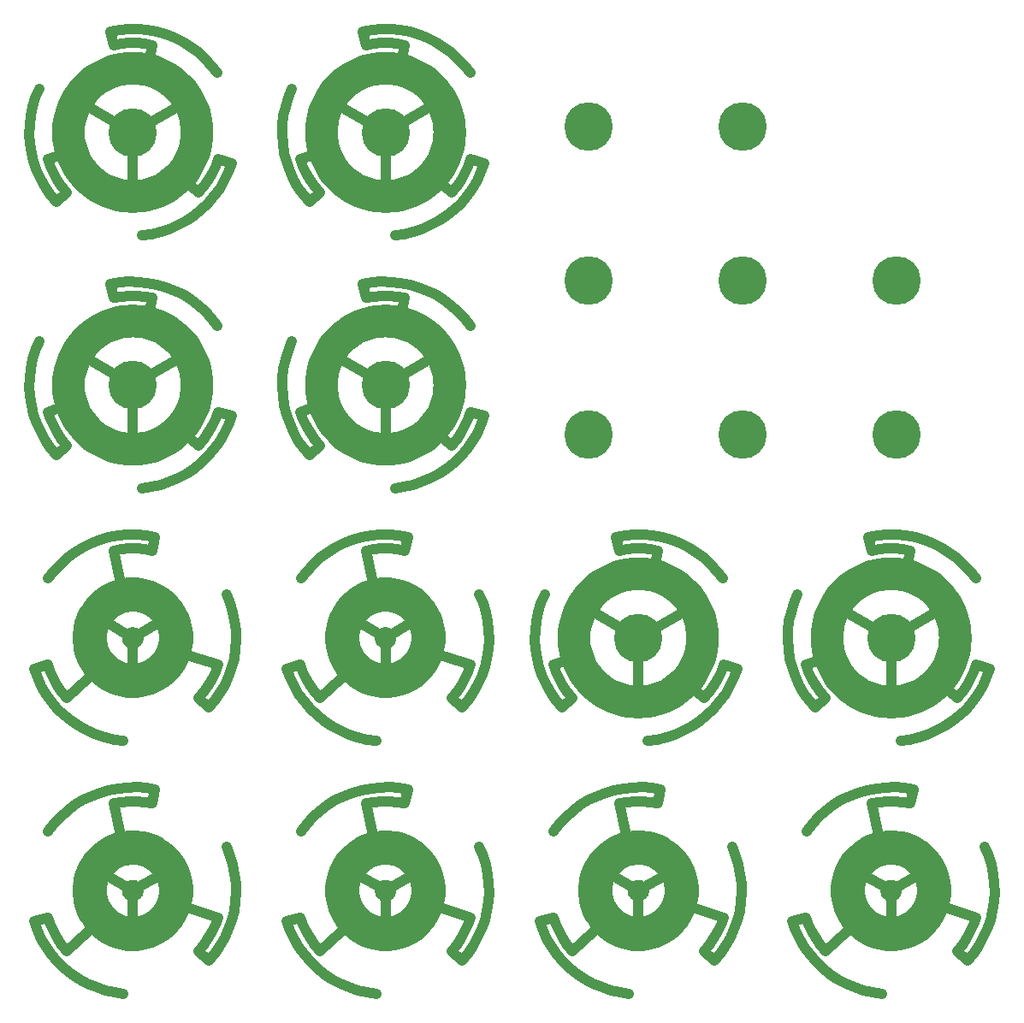
<source format=gtl>
G04 This is an RS-274x file exported by *
G04 gerbv version 2.6.0 *
G04 More information is available about gerbv at *
G04 http://gerbv.gpleda.org/ *
G04 --End of header info--*
%MOIN*%
%FSLAX34Y34*%
%IPPOS*%
G04 --Define apertures--*
%ADD10C,0.1332*%
%ADD11C,0.0394*%
%ADD12C,0.1890*%
%ADD13C,0.1264*%
G04 --Start main section--*
G36*
G01X0000417Y0000000D02*
G01X0000416Y0000036D01*
G01X0000411Y0000072D01*
G01X0000403Y0000108D01*
G01X0000392Y0000143D01*
G01X0000378Y0000176D01*
G01X0000361Y0000209D01*
G01X0000342Y0000239D01*
G01X0000320Y0000268D01*
G01X0000295Y0000295D01*
G01X0000268Y0000320D01*
G01X0000239Y0000342D01*
G01X0000209Y0000361D01*
G01X0000176Y0000378D01*
G01X0000143Y0000392D01*
G01X0000108Y0000403D01*
G01X0000072Y0000411D01*
G01X0000036Y0000416D01*
G01X0000000Y0000417D01*
G01X-000036Y0000416D01*
G01X-000072Y0000411D01*
G01X-000108Y0000403D01*
G01X-000143Y0000392D01*
G01X-000176Y0000378D01*
G01X-000209Y0000361D01*
G01X-000239Y0000342D01*
G01X-000268Y0000320D01*
G01X-000295Y0000295D01*
G01X-000320Y0000268D01*
G01X-000342Y0000239D01*
G01X-000361Y0000209D01*
G01X-000378Y0000176D01*
G01X-000392Y0000143D01*
G01X-000403Y0000108D01*
G01X-000411Y0000072D01*
G01X-000416Y0000036D01*
G01X-000417Y0000000D01*
G01X-000416Y-000036D01*
G01X-000411Y-000072D01*
G01X-000403Y-000108D01*
G01X-000392Y-000143D01*
G01X-000378Y-000176D01*
G01X-000361Y-000209D01*
G01X-000342Y-000239D01*
G01X-000320Y-000268D01*
G01X-000295Y-000295D01*
G01X-000268Y-000320D01*
G01X-000239Y-000342D01*
G01X-000209Y-000361D01*
G01X-000176Y-000378D01*
G01X-000143Y-000392D01*
G01X-000108Y-000403D01*
G01X-000072Y-000411D01*
G01X-000036Y-000416D01*
G01X0000000Y-000417D01*
G01X0000036Y-000416D01*
G01X0000072Y-000411D01*
G01X0000108Y-000403D01*
G01X0000143Y-000392D01*
G01X0000176Y-000378D01*
G01X0000209Y-000361D01*
G01X0000239Y-000342D01*
G01X0000268Y-000320D01*
G01X0000295Y-000295D01*
G01X0000320Y-000268D01*
G01X0000342Y-000239D01*
G01X0000361Y-000209D01*
G01X0000378Y-000176D01*
G01X0000392Y-000143D01*
G01X0000403Y-000108D01*
G01X0000411Y-000072D01*
G01X0000416Y-000036D01*
G01X0000417Y0000000D01*
G37*
G36*
G01X0000417Y0000000D02*
G37*
G54D10*
G01X0001682Y0000000D02*
G01X0001676Y0000147D01*
G01X0001676Y0000147D02*
G01X0001657Y0000292D01*
G01X0001657Y0000292D02*
G01X0001625Y0000435D01*
G01X0001625Y0000435D02*
G01X0001581Y0000575D01*
G01X0001581Y0000575D02*
G01X0001525Y0000711D01*
G01X0001525Y0000711D02*
G01X0001457Y0000841D01*
G01X0001457Y0000841D02*
G01X0001378Y0000965D01*
G01X0001378Y0000965D02*
G01X0001289Y0001081D01*
G01X0001289Y0001081D02*
G01X0001190Y0001190D01*
G01X0001190Y0001190D02*
G01X0001081Y0001289D01*
G01X0001081Y0001289D02*
G01X0000965Y0001378D01*
G01X0000965Y0001378D02*
G01X0000841Y0001457D01*
G01X0000841Y0001457D02*
G01X0000711Y0001525D01*
G01X0000711Y0001525D02*
G01X0000575Y0001581D01*
G01X0000575Y0001581D02*
G01X0000435Y0001625D01*
G01X0000435Y0001625D02*
G01X0000292Y0001657D01*
G01X0000292Y0001657D02*
G01X0000147Y0001676D01*
G01X0000147Y0001676D02*
G01X0000000Y0001682D01*
G01X0000000Y0001682D02*
G01X-000147Y0001676D01*
G01X-000147Y0001676D02*
G01X-000292Y0001657D01*
G01X-000292Y0001657D02*
G01X-000435Y0001625D01*
G01X-000435Y0001625D02*
G01X-000575Y0001581D01*
G01X-000575Y0001581D02*
G01X-000711Y0001525D01*
G01X-000711Y0001525D02*
G01X-000841Y0001457D01*
G01X-000841Y0001457D02*
G01X-000965Y0001378D01*
G01X-000965Y0001378D02*
G01X-001081Y0001289D01*
G01X-001081Y0001289D02*
G01X-001190Y0001190D01*
G01X-001190Y0001190D02*
G01X-001289Y0001081D01*
G01X-001289Y0001081D02*
G01X-001378Y0000965D01*
G01X-001378Y0000965D02*
G01X-001457Y0000841D01*
G01X-001457Y0000841D02*
G01X-001525Y0000711D01*
G01X-001525Y0000711D02*
G01X-001581Y0000575D01*
G01X-001581Y0000575D02*
G01X-001625Y0000435D01*
G01X-001625Y0000435D02*
G01X-001657Y0000292D01*
G01X-001657Y0000292D02*
G01X-001676Y0000147D01*
G01X-001676Y0000147D02*
G01X-001682Y0000000D01*
G01X-001682Y0000000D02*
G01X-001676Y-000147D01*
G01X-001676Y-000147D02*
G01X-001657Y-000292D01*
G01X-001657Y-000292D02*
G01X-001625Y-000435D01*
G01X-001625Y-000435D02*
G01X-001581Y-000575D01*
G01X-001581Y-000575D02*
G01X-001525Y-000711D01*
G01X-001525Y-000711D02*
G01X-001457Y-000841D01*
G01X-001457Y-000841D02*
G01X-001378Y-000965D01*
G01X-001378Y-000965D02*
G01X-001289Y-001081D01*
G01X-001289Y-001081D02*
G01X-001190Y-001190D01*
G01X-001190Y-001190D02*
G01X-001081Y-001289D01*
G01X-001081Y-001289D02*
G01X-000965Y-001378D01*
G01X-000965Y-001378D02*
G01X-000841Y-001457D01*
G01X-000841Y-001457D02*
G01X-000711Y-001525D01*
G01X-000711Y-001525D02*
G01X-000575Y-001581D01*
G01X-000575Y-001581D02*
G01X-000435Y-001625D01*
G01X-000435Y-001625D02*
G01X-000292Y-001657D01*
G01X-000292Y-001657D02*
G01X-000147Y-001676D01*
G01X-000147Y-001676D02*
G01X0000000Y-001682D01*
G01X0000000Y-001682D02*
G01X0000147Y-001676D01*
G01X0000147Y-001676D02*
G01X0000292Y-001657D01*
G01X0000292Y-001657D02*
G01X0000435Y-001625D01*
G01X0000435Y-001625D02*
G01X0000575Y-001581D01*
G01X0000575Y-001581D02*
G01X0000711Y-001525D01*
G01X0000711Y-001525D02*
G01X0000841Y-001457D01*
G01X0000841Y-001457D02*
G01X0000965Y-001378D01*
G01X0000965Y-001378D02*
G01X0001081Y-001289D01*
G01X0001081Y-001289D02*
G01X0001190Y-001190D01*
G01X0001190Y-001190D02*
G01X0001289Y-001081D01*
G01X0001289Y-001081D02*
G01X0001378Y-000965D01*
G01X0001378Y-000965D02*
G01X0001457Y-000841D01*
G01X0001457Y-000841D02*
G01X0001525Y-000711D01*
G01X0001525Y-000711D02*
G01X0001581Y-000575D01*
G01X0001581Y-000575D02*
G01X0001625Y-000435D01*
G01X0001625Y-000435D02*
G01X0001657Y-000292D01*
G01X0001657Y-000292D02*
G01X0001676Y-000147D01*
G01X0001676Y-000147D02*
G01X0001682Y0000000D01*
G54D11*
G01X0000875Y0003932D02*
G01X0000516Y0003995D01*
G01X0000516Y0003995D02*
G01X0000153Y0004025D01*
G01X0000153Y0004025D02*
G01X-000211Y0004023D01*
G01X-000211Y0004023D02*
G01X-000574Y0003987D01*
G01X-000574Y0003987D02*
G01X-000932Y0003919D01*
G01X-000932Y0003919D02*
G01X-001282Y0003819D01*
G01X-001282Y0003819D02*
G01X-001622Y0003687D01*
G01X-001622Y0003687D02*
G01X-001948Y0003526D01*
G01X-001948Y0003526D02*
G01X-002259Y0003335D01*
G01X-002259Y0003335D02*
G01X-002551Y0003117D01*
G01X-002551Y0003117D02*
G01X-002822Y0002874D01*
G01X-002822Y0002874D02*
G01X-003071Y0002607D01*
G01X-003071Y0002607D02*
G01X-003294Y0002319D01*
G01X0000757Y0003399D02*
G01X0000456Y0003452D01*
G01X0000456Y0003452D02*
G01X0000152Y0003479D01*
G01X0000152Y0003479D02*
G01X-000152Y0003479D01*
G01X-000152Y0003479D02*
G01X-000456Y0003452D01*
G01X-000456Y0003452D02*
G01X-000757Y0003399D01*
G01X0000875Y0003932D02*
G01X0000757Y0003399D01*
G01X-000510Y0002292D02*
G01X-000757Y0003399D01*
G01X0000000Y0000000D02*
G01X-000880Y0000508D01*
G01X-003843Y-001208D02*
G01X-003718Y-001550D01*
G01X-003718Y-001550D02*
G01X-003563Y-001880D01*
G01X-003563Y-001880D02*
G01X-003378Y-002194D01*
G01X-003378Y-002194D02*
G01X-003166Y-002490D01*
G01X-003166Y-002490D02*
G01X-002928Y-002766D01*
G01X-002928Y-002766D02*
G01X-002666Y-003020D01*
G01X-002666Y-003020D02*
G01X-002382Y-003248D01*
G01X-002382Y-003248D02*
G01X-002079Y-003450D01*
G01X-002079Y-003450D02*
G01X-001759Y-003624D01*
G01X-001759Y-003624D02*
G01X-001424Y-003768D01*
G01X-001424Y-003768D02*
G01X-001078Y-003881D01*
G01X-001078Y-003881D02*
G01X-000723Y-003963D01*
G01X-000723Y-003963D02*
G01X-000361Y-004012D01*
G01X-003322Y-001044D02*
G01X-003218Y-001331D01*
G01X-003218Y-001331D02*
G01X-003089Y-001607D01*
G01X-003089Y-001607D02*
G01X-002936Y-001871D01*
G01X-002936Y-001871D02*
G01X-002761Y-002121D01*
G01X-002761Y-002121D02*
G01X-002565Y-002355D01*
G01X-003843Y-001208D02*
G01X-003322Y-001044D01*
G01X-001730Y-001588D02*
G01X-002565Y-002355D01*
G01X0000000Y0000000D02*
G01X0000000Y-001016D01*
G01X0002967Y-002724D02*
G01X0003201Y-002445D01*
G01X0003201Y-002445D02*
G01X0003409Y-002145D01*
G01X0003409Y-002145D02*
G01X0003589Y-001828D01*
G01X0003589Y-001828D02*
G01X0003740Y-001497D01*
G01X0003740Y-001497D02*
G01X0003860Y-001153D01*
G01X0003860Y-001153D02*
G01X0003948Y-000799D01*
G01X0003948Y-000799D02*
G01X0004004Y-000439D01*
G01X0004004Y-000439D02*
G01X0004027Y-000075D01*
G01X0004027Y-000075D02*
G01X0004018Y0000289D01*
G01X0004018Y0000289D02*
G01X0003975Y0000651D01*
G01X0003975Y0000651D02*
G01X0003900Y0001007D01*
G01X0003900Y0001007D02*
G01X0003793Y0001356D01*
G01X0003793Y0001356D02*
G01X0003655Y0001693D01*
G01X0002565Y-002355D02*
G01X0002761Y-002121D01*
G01X0002761Y-002121D02*
G01X0002936Y-001871D01*
G01X0002936Y-001871D02*
G01X0003089Y-001607D01*
G01X0003089Y-001607D02*
G01X0003218Y-001331D01*
G01X0003218Y-001331D02*
G01X0003322Y-001044D01*
G01X0002967Y-002724D02*
G01X0002565Y-002355D01*
G01X0002240Y-000704D02*
G01X0003322Y-001044D01*
G01X0000000Y0000000D02*
G01X0000880Y0000508D01*
G01X0023775Y0029775D02*
G54D12*
G01X0023775Y0029775D03*
G01X0017775Y0029775D02*
G01X0017775Y0029775D03*
G01X0029775Y0023775D02*
G01X0029775Y0023775D03*
G01X0023775Y0023775D02*
G01X0023775Y0023775D03*
G01X0017775Y0023775D02*
G01X0017775Y0023775D03*
G01X0029775Y0017775D02*
G01X0029775Y0017775D03*
G01X0023775Y0017775D02*
G01X0023775Y0017775D03*
G01X0017775Y0017775D02*
G01X0017775Y0017775D03*
G01X0029550Y0009850D02*
G01X0029550Y0009850D03*
G54D13*
G01X0032051Y0009850D02*
G01X0032041Y0010068D01*
G01X0032041Y0010068D02*
G01X0032013Y0010284D01*
G01X0032013Y0010284D02*
G01X0031966Y0010497D01*
G01X0031966Y0010497D02*
G01X0031900Y0010705D01*
G01X0031900Y0010705D02*
G01X0031817Y0010907D01*
G01X0031817Y0010907D02*
G01X0031716Y0011100D01*
G01X0031716Y0011100D02*
G01X0031599Y0011284D01*
G01X0031599Y0011284D02*
G01X0031466Y0011458D01*
G01X0031466Y0011458D02*
G01X0031318Y0011618D01*
G01X0031318Y0011618D02*
G01X0031158Y0011766D01*
G01X0031158Y0011766D02*
G01X0030984Y0011899D01*
G01X0030984Y0011899D02*
G01X0030800Y0012016D01*
G01X0030800Y0012016D02*
G01X0030607Y0012117D01*
G01X0030607Y0012117D02*
G01X0030405Y0012200D01*
G01X0030405Y0012200D02*
G01X0030197Y0012266D01*
G01X0030197Y0012266D02*
G01X0029984Y0012313D01*
G01X0029984Y0012313D02*
G01X0029768Y0012341D01*
G01X0029768Y0012341D02*
G01X0029550Y0012351D01*
G01X0029550Y0012351D02*
G01X0029332Y0012341D01*
G01X0029332Y0012341D02*
G01X0029116Y0012313D01*
G01X0029116Y0012313D02*
G01X0028903Y0012266D01*
G01X0028903Y0012266D02*
G01X0028695Y0012200D01*
G01X0028695Y0012200D02*
G01X0028493Y0012117D01*
G01X0028493Y0012117D02*
G01X0028300Y0012016D01*
G01X0028300Y0012016D02*
G01X0028116Y0011899D01*
G01X0028116Y0011899D02*
G01X0027942Y0011766D01*
G01X0027942Y0011766D02*
G01X0027782Y0011618D01*
G01X0027782Y0011618D02*
G01X0027634Y0011458D01*
G01X0027634Y0011458D02*
G01X0027501Y0011284D01*
G01X0027501Y0011284D02*
G01X0027384Y0011100D01*
G01X0027384Y0011100D02*
G01X0027283Y0010907D01*
G01X0027283Y0010907D02*
G01X0027200Y0010705D01*
G01X0027200Y0010705D02*
G01X0027134Y0010497D01*
G01X0027134Y0010497D02*
G01X0027087Y0010284D01*
G01X0027087Y0010284D02*
G01X0027059Y0010068D01*
G01X0027059Y0010068D02*
G01X0027049Y0009850D01*
G01X0027049Y0009850D02*
G01X0027059Y0009632D01*
G01X0027059Y0009632D02*
G01X0027087Y0009416D01*
G01X0027087Y0009416D02*
G01X0027134Y0009203D01*
G01X0027134Y0009203D02*
G01X0027200Y0008995D01*
G01X0027200Y0008995D02*
G01X0027283Y0008793D01*
G01X0027283Y0008793D02*
G01X0027384Y0008600D01*
G01X0027384Y0008600D02*
G01X0027501Y0008416D01*
G01X0027501Y0008416D02*
G01X0027634Y0008242D01*
G01X0027634Y0008242D02*
G01X0027782Y0008082D01*
G01X0027782Y0008082D02*
G01X0027942Y0007934D01*
G01X0027942Y0007934D02*
G01X0028116Y0007801D01*
G01X0028116Y0007801D02*
G01X0028300Y0007684D01*
G01X0028300Y0007684D02*
G01X0028493Y0007583D01*
G01X0028493Y0007583D02*
G01X0028695Y0007500D01*
G01X0028695Y0007500D02*
G01X0028903Y0007434D01*
G01X0028903Y0007434D02*
G01X0029116Y0007387D01*
G01X0029116Y0007387D02*
G01X0029332Y0007359D01*
G01X0029332Y0007359D02*
G01X0029550Y0007349D01*
G01X0029550Y0007349D02*
G01X0029768Y0007359D01*
G01X0029768Y0007359D02*
G01X0029984Y0007387D01*
G01X0029984Y0007387D02*
G01X0030197Y0007434D01*
G01X0030197Y0007434D02*
G01X0030405Y0007500D01*
G01X0030405Y0007500D02*
G01X0030607Y0007583D01*
G01X0030607Y0007583D02*
G01X0030800Y0007684D01*
G01X0030800Y0007684D02*
G01X0030984Y0007801D01*
G01X0030984Y0007801D02*
G01X0031158Y0007934D01*
G01X0031158Y0007934D02*
G01X0031318Y0008082D01*
G01X0031318Y0008082D02*
G01X0031466Y0008242D01*
G01X0031466Y0008242D02*
G01X0031599Y0008416D01*
G01X0031599Y0008416D02*
G01X0031716Y0008600D01*
G01X0031716Y0008600D02*
G01X0031817Y0008793D01*
G01X0031817Y0008793D02*
G01X0031900Y0008995D01*
G01X0031900Y0008995D02*
G01X0031966Y0009203D01*
G01X0031966Y0009203D02*
G01X0032013Y0009416D01*
G01X0032013Y0009416D02*
G01X0032041Y0009632D01*
G01X0032041Y0009632D02*
G01X0032051Y0009850D01*
G54D11*
G01X0028675Y0013782D02*
G01X0029034Y0013845D01*
G01X0029034Y0013845D02*
G01X0029397Y0013875D01*
G01X0029397Y0013875D02*
G01X0029761Y0013873D01*
G01X0029761Y0013873D02*
G01X0030124Y0013837D01*
G01X0030124Y0013837D02*
G01X0030482Y0013769D01*
G01X0030482Y0013769D02*
G01X0030832Y0013669D01*
G01X0030832Y0013669D02*
G01X0031172Y0013537D01*
G01X0031172Y0013537D02*
G01X0031498Y0013376D01*
G01X0031498Y0013376D02*
G01X0031809Y0013185D01*
G01X0031809Y0013185D02*
G01X0032101Y0012967D01*
G01X0032101Y0012967D02*
G01X0032372Y0012724D01*
G01X0032372Y0012724D02*
G01X0032621Y0012457D01*
G01X0032621Y0012457D02*
G01X0032844Y0012169D01*
G01X0028793Y0013249D02*
G01X0029094Y0013302D01*
G01X0029094Y0013302D02*
G01X0029398Y0013329D01*
G01X0029398Y0013329D02*
G01X0029702Y0013329D01*
G01X0029702Y0013329D02*
G01X0030006Y0013302D01*
G01X0030006Y0013302D02*
G01X0030307Y0013249D01*
G01X0028675Y0013782D02*
G01X0028793Y0013249D01*
G01X0030231Y0012908D02*
G01X0030307Y0013249D01*
G01X0029550Y0009850D02*
G01X0027932Y0010784D01*
G01X0026583Y0007126D02*
G01X0026349Y0007405D01*
G01X0026349Y0007405D02*
G01X0026141Y0007705D01*
G01X0026141Y0007705D02*
G01X0025961Y0008022D01*
G01X0025961Y0008022D02*
G01X0025810Y0008353D01*
G01X0025810Y0008353D02*
G01X0025690Y0008697D01*
G01X0025690Y0008697D02*
G01X0025602Y0009051D01*
G01X0025602Y0009051D02*
G01X0025546Y0009411D01*
G01X0025546Y0009411D02*
G01X0025523Y0009775D01*
G01X0025523Y0009775D02*
G01X0025532Y0010139D01*
G01X0025532Y0010139D02*
G01X0025575Y0010501D01*
G01X0025575Y0010501D02*
G01X0025650Y0010857D01*
G01X0025650Y0010857D02*
G01X0025757Y0011206D01*
G01X0025757Y0011206D02*
G01X0025895Y0011543D01*
G01X0026985Y0007495D02*
G01X0026789Y0007729D01*
G01X0026789Y0007729D02*
G01X0026614Y0007979D01*
G01X0026614Y0007979D02*
G01X0026461Y0008243D01*
G01X0026461Y0008243D02*
G01X0026332Y0008519D01*
G01X0026332Y0008519D02*
G01X0026228Y0008806D01*
G01X0026583Y0007126D02*
G01X0026985Y0007495D01*
G01X0026561Y0008911D02*
G01X0026228Y0008806D01*
G01X0029550Y0009850D02*
G01X0029550Y0007981D01*
G01X0033393Y0008642D02*
G01X0033268Y0008300D01*
G01X0033268Y0008300D02*
G01X0033113Y0007970D01*
G01X0033113Y0007970D02*
G01X0032928Y0007656D01*
G01X0032928Y0007656D02*
G01X0032716Y0007360D01*
G01X0032716Y0007360D02*
G01X0032478Y0007084D01*
G01X0032478Y0007084D02*
G01X0032216Y0006830D01*
G01X0032216Y0006830D02*
G01X0031932Y0006602D01*
G01X0031932Y0006602D02*
G01X0031629Y0006400D01*
G01X0031629Y0006400D02*
G01X0031309Y0006226D01*
G01X0031309Y0006226D02*
G01X0030974Y0006082D01*
G01X0030974Y0006082D02*
G01X0030628Y0005969D01*
G01X0030628Y0005969D02*
G01X0030273Y0005887D01*
G01X0030273Y0005887D02*
G01X0029911Y0005838D01*
G01X0032872Y0008806D02*
G01X0032768Y0008519D01*
G01X0032768Y0008519D02*
G01X0032639Y0008243D01*
G01X0032639Y0008243D02*
G01X0032486Y0007979D01*
G01X0032486Y0007979D02*
G01X0032311Y0007729D01*
G01X0032311Y0007729D02*
G01X0032115Y0007495D01*
G01X0033393Y0008642D02*
G01X0032872Y0008806D01*
G01X0031858Y0007731D02*
G01X0032115Y0007495D01*
G01X0029550Y0009850D02*
G01X0031168Y0010784D01*
G01X0029550Y0000000D02*
G36*
G01X0029967Y0000000D02*
G01X0029966Y0000036D01*
G01X0029961Y0000072D01*
G01X0029953Y0000108D01*
G01X0029942Y0000143D01*
G01X0029928Y0000176D01*
G01X0029911Y0000209D01*
G01X0029892Y0000239D01*
G01X0029870Y0000268D01*
G01X0029845Y0000295D01*
G01X0029818Y0000320D01*
G01X0029789Y0000342D01*
G01X0029759Y0000361D01*
G01X0029726Y0000378D01*
G01X0029693Y0000392D01*
G01X0029658Y0000403D01*
G01X0029622Y0000411D01*
G01X0029586Y0000416D01*
G01X0029550Y0000417D01*
G01X0029514Y0000416D01*
G01X0029478Y0000411D01*
G01X0029442Y0000403D01*
G01X0029407Y0000392D01*
G01X0029374Y0000378D01*
G01X0029341Y0000361D01*
G01X0029311Y0000342D01*
G01X0029282Y0000320D01*
G01X0029255Y0000295D01*
G01X0029230Y0000268D01*
G01X0029208Y0000239D01*
G01X0029189Y0000209D01*
G01X0029172Y0000176D01*
G01X0029158Y0000143D01*
G01X0029147Y0000108D01*
G01X0029139Y0000072D01*
G01X0029134Y0000036D01*
G01X0029133Y0000000D01*
G01X0029134Y-000036D01*
G01X0029139Y-000072D01*
G01X0029147Y-000108D01*
G01X0029158Y-000143D01*
G01X0029172Y-000176D01*
G01X0029189Y-000209D01*
G01X0029208Y-000239D01*
G01X0029230Y-000268D01*
G01X0029255Y-000295D01*
G01X0029282Y-000320D01*
G01X0029311Y-000342D01*
G01X0029341Y-000361D01*
G01X0029374Y-000378D01*
G01X0029407Y-000392D01*
G01X0029442Y-000403D01*
G01X0029478Y-000411D01*
G01X0029514Y-000416D01*
G01X0029550Y-000417D01*
G01X0029586Y-000416D01*
G01X0029622Y-000411D01*
G01X0029658Y-000403D01*
G01X0029693Y-000392D01*
G01X0029726Y-000378D01*
G01X0029759Y-000361D01*
G01X0029789Y-000342D01*
G01X0029818Y-000320D01*
G01X0029845Y-000295D01*
G01X0029870Y-000268D01*
G01X0029892Y-000239D01*
G01X0029911Y-000209D01*
G01X0029928Y-000176D01*
G01X0029942Y-000143D01*
G01X0029953Y-000108D01*
G01X0029961Y-000072D01*
G01X0029966Y-000036D01*
G01X0029967Y0000000D01*
G37*
G36*
G01X0029967Y0000000D02*
G37*
G54D10*
G01X0031232Y0000000D02*
G01X0031226Y0000147D01*
G01X0031226Y0000147D02*
G01X0031207Y0000292D01*
G01X0031207Y0000292D02*
G01X0031175Y0000435D01*
G01X0031175Y0000435D02*
G01X0031131Y0000575D01*
G01X0031131Y0000575D02*
G01X0031075Y0000711D01*
G01X0031075Y0000711D02*
G01X0031007Y0000841D01*
G01X0031007Y0000841D02*
G01X0030928Y0000965D01*
G01X0030928Y0000965D02*
G01X0030839Y0001081D01*
G01X0030839Y0001081D02*
G01X0030740Y0001190D01*
G01X0030740Y0001190D02*
G01X0030631Y0001289D01*
G01X0030631Y0001289D02*
G01X0030515Y0001378D01*
G01X0030515Y0001378D02*
G01X0030391Y0001457D01*
G01X0030391Y0001457D02*
G01X0030261Y0001525D01*
G01X0030261Y0001525D02*
G01X0030125Y0001581D01*
G01X0030125Y0001581D02*
G01X0029985Y0001625D01*
G01X0029985Y0001625D02*
G01X0029842Y0001657D01*
G01X0029842Y0001657D02*
G01X0029697Y0001676D01*
G01X0029697Y0001676D02*
G01X0029550Y0001682D01*
G01X0029550Y0001682D02*
G01X0029403Y0001676D01*
G01X0029403Y0001676D02*
G01X0029258Y0001657D01*
G01X0029258Y0001657D02*
G01X0029115Y0001625D01*
G01X0029115Y0001625D02*
G01X0028975Y0001581D01*
G01X0028975Y0001581D02*
G01X0028839Y0001525D01*
G01X0028839Y0001525D02*
G01X0028709Y0001457D01*
G01X0028709Y0001457D02*
G01X0028585Y0001378D01*
G01X0028585Y0001378D02*
G01X0028469Y0001289D01*
G01X0028469Y0001289D02*
G01X0028360Y0001190D01*
G01X0028360Y0001190D02*
G01X0028261Y0001081D01*
G01X0028261Y0001081D02*
G01X0028172Y0000965D01*
G01X0028172Y0000965D02*
G01X0028093Y0000841D01*
G01X0028093Y0000841D02*
G01X0028025Y0000711D01*
G01X0028025Y0000711D02*
G01X0027969Y0000575D01*
G01X0027969Y0000575D02*
G01X0027925Y0000435D01*
G01X0027925Y0000435D02*
G01X0027893Y0000292D01*
G01X0027893Y0000292D02*
G01X0027874Y0000147D01*
G01X0027874Y0000147D02*
G01X0027868Y0000000D01*
G01X0027868Y0000000D02*
G01X0027874Y-000147D01*
G01X0027874Y-000147D02*
G01X0027893Y-000292D01*
G01X0027893Y-000292D02*
G01X0027925Y-000435D01*
G01X0027925Y-000435D02*
G01X0027969Y-000575D01*
G01X0027969Y-000575D02*
G01X0028025Y-000711D01*
G01X0028025Y-000711D02*
G01X0028093Y-000841D01*
G01X0028093Y-000841D02*
G01X0028172Y-000965D01*
G01X0028172Y-000965D02*
G01X0028261Y-001081D01*
G01X0028261Y-001081D02*
G01X0028360Y-001190D01*
G01X0028360Y-001190D02*
G01X0028469Y-001289D01*
G01X0028469Y-001289D02*
G01X0028585Y-001378D01*
G01X0028585Y-001378D02*
G01X0028709Y-001457D01*
G01X0028709Y-001457D02*
G01X0028839Y-001525D01*
G01X0028839Y-001525D02*
G01X0028975Y-001581D01*
G01X0028975Y-001581D02*
G01X0029115Y-001625D01*
G01X0029115Y-001625D02*
G01X0029258Y-001657D01*
G01X0029258Y-001657D02*
G01X0029403Y-001676D01*
G01X0029403Y-001676D02*
G01X0029550Y-001682D01*
G01X0029550Y-001682D02*
G01X0029697Y-001676D01*
G01X0029697Y-001676D02*
G01X0029842Y-001657D01*
G01X0029842Y-001657D02*
G01X0029985Y-001625D01*
G01X0029985Y-001625D02*
G01X0030125Y-001581D01*
G01X0030125Y-001581D02*
G01X0030261Y-001525D01*
G01X0030261Y-001525D02*
G01X0030391Y-001457D01*
G01X0030391Y-001457D02*
G01X0030515Y-001378D01*
G01X0030515Y-001378D02*
G01X0030631Y-001289D01*
G01X0030631Y-001289D02*
G01X0030740Y-001190D01*
G01X0030740Y-001190D02*
G01X0030839Y-001081D01*
G01X0030839Y-001081D02*
G01X0030928Y-000965D01*
G01X0030928Y-000965D02*
G01X0031007Y-000841D01*
G01X0031007Y-000841D02*
G01X0031075Y-000711D01*
G01X0031075Y-000711D02*
G01X0031131Y-000575D01*
G01X0031131Y-000575D02*
G01X0031175Y-000435D01*
G01X0031175Y-000435D02*
G01X0031207Y-000292D01*
G01X0031207Y-000292D02*
G01X0031226Y-000147D01*
G01X0031226Y-000147D02*
G01X0031232Y0000000D01*
G54D11*
G01X0030425Y0003932D02*
G01X0030066Y0003995D01*
G01X0030066Y0003995D02*
G01X0029703Y0004025D01*
G01X0029703Y0004025D02*
G01X0029339Y0004023D01*
G01X0029339Y0004023D02*
G01X0028976Y0003987D01*
G01X0028976Y0003987D02*
G01X0028618Y0003919D01*
G01X0028618Y0003919D02*
G01X0028268Y0003819D01*
G01X0028268Y0003819D02*
G01X0027928Y0003687D01*
G01X0027928Y0003687D02*
G01X0027602Y0003526D01*
G01X0027602Y0003526D02*
G01X0027291Y0003335D01*
G01X0027291Y0003335D02*
G01X0026999Y0003117D01*
G01X0026999Y0003117D02*
G01X0026728Y0002874D01*
G01X0026728Y0002874D02*
G01X0026479Y0002607D01*
G01X0026479Y0002607D02*
G01X0026256Y0002319D01*
G01X0030307Y0003399D02*
G01X0030006Y0003452D01*
G01X0030006Y0003452D02*
G01X0029702Y0003479D01*
G01X0029702Y0003479D02*
G01X0029398Y0003479D01*
G01X0029398Y0003479D02*
G01X0029094Y0003452D01*
G01X0029094Y0003452D02*
G01X0028793Y0003399D01*
G01X0030425Y0003932D02*
G01X0030307Y0003399D01*
G01X0029040Y0002292D02*
G01X0028793Y0003399D01*
G01X0029550Y0000000D02*
G01X0028670Y0000508D01*
G01X0025707Y-001208D02*
G01X0025832Y-001550D01*
G01X0025832Y-001550D02*
G01X0025987Y-001880D01*
G01X0025987Y-001880D02*
G01X0026172Y-002194D01*
G01X0026172Y-002194D02*
G01X0026384Y-002490D01*
G01X0026384Y-002490D02*
G01X0026622Y-002766D01*
G01X0026622Y-002766D02*
G01X0026884Y-003020D01*
G01X0026884Y-003020D02*
G01X0027168Y-003248D01*
G01X0027168Y-003248D02*
G01X0027471Y-003450D01*
G01X0027471Y-003450D02*
G01X0027791Y-003624D01*
G01X0027791Y-003624D02*
G01X0028126Y-003768D01*
G01X0028126Y-003768D02*
G01X0028472Y-003881D01*
G01X0028472Y-003881D02*
G01X0028827Y-003963D01*
G01X0028827Y-003963D02*
G01X0029189Y-004012D01*
G01X0026228Y-001044D02*
G01X0026332Y-001331D01*
G01X0026332Y-001331D02*
G01X0026461Y-001607D01*
G01X0026461Y-001607D02*
G01X0026614Y-001871D01*
G01X0026614Y-001871D02*
G01X0026789Y-002121D01*
G01X0026789Y-002121D02*
G01X0026985Y-002355D01*
G01X0025707Y-001208D02*
G01X0026228Y-001044D01*
G01X0027820Y-001588D02*
G01X0026985Y-002355D01*
G01X0029550Y0000000D02*
G01X0029550Y-001016D01*
G01X0032517Y-002724D02*
G01X0032751Y-002445D01*
G01X0032751Y-002445D02*
G01X0032959Y-002145D01*
G01X0032959Y-002145D02*
G01X0033139Y-001828D01*
G01X0033139Y-001828D02*
G01X0033290Y-001497D01*
G01X0033290Y-001497D02*
G01X0033410Y-001153D01*
G01X0033410Y-001153D02*
G01X0033498Y-000799D01*
G01X0033498Y-000799D02*
G01X0033554Y-000439D01*
G01X0033554Y-000439D02*
G01X0033577Y-000075D01*
G01X0033577Y-000075D02*
G01X0033568Y0000289D01*
G01X0033568Y0000289D02*
G01X0033525Y0000651D01*
G01X0033525Y0000651D02*
G01X0033450Y0001007D01*
G01X0033450Y0001007D02*
G01X0033343Y0001356D01*
G01X0033343Y0001356D02*
G01X0033205Y0001693D01*
G01X0032115Y-002355D02*
G01X0032311Y-002121D01*
G01X0032311Y-002121D02*
G01X0032486Y-001871D01*
G01X0032486Y-001871D02*
G01X0032639Y-001607D01*
G01X0032639Y-001607D02*
G01X0032768Y-001331D01*
G01X0032768Y-001331D02*
G01X0032872Y-001044D01*
G01X0032517Y-002724D02*
G01X0032115Y-002355D01*
G01X0031790Y-000704D02*
G01X0032872Y-001044D01*
G01X0029550Y0000000D02*
G01X0030430Y0000508D01*
G01X0019700Y0009850D02*
G54D12*
G01X0019700Y0009850D03*
G54D13*
G01X0022201Y0009850D02*
G01X0022191Y0010068D01*
G01X0022191Y0010068D02*
G01X0022163Y0010284D01*
G01X0022163Y0010284D02*
G01X0022116Y0010497D01*
G01X0022116Y0010497D02*
G01X0022050Y0010705D01*
G01X0022050Y0010705D02*
G01X0021967Y0010907D01*
G01X0021967Y0010907D02*
G01X0021866Y0011100D01*
G01X0021866Y0011100D02*
G01X0021749Y0011284D01*
G01X0021749Y0011284D02*
G01X0021616Y0011458D01*
G01X0021616Y0011458D02*
G01X0021468Y0011618D01*
G01X0021468Y0011618D02*
G01X0021308Y0011766D01*
G01X0021308Y0011766D02*
G01X0021134Y0011899D01*
G01X0021134Y0011899D02*
G01X0020950Y0012016D01*
G01X0020950Y0012016D02*
G01X0020757Y0012117D01*
G01X0020757Y0012117D02*
G01X0020555Y0012200D01*
G01X0020555Y0012200D02*
G01X0020347Y0012266D01*
G01X0020347Y0012266D02*
G01X0020134Y0012313D01*
G01X0020134Y0012313D02*
G01X0019918Y0012341D01*
G01X0019918Y0012341D02*
G01X0019700Y0012351D01*
G01X0019700Y0012351D02*
G01X0019482Y0012341D01*
G01X0019482Y0012341D02*
G01X0019266Y0012313D01*
G01X0019266Y0012313D02*
G01X0019053Y0012266D01*
G01X0019053Y0012266D02*
G01X0018845Y0012200D01*
G01X0018845Y0012200D02*
G01X0018643Y0012117D01*
G01X0018643Y0012117D02*
G01X0018450Y0012016D01*
G01X0018450Y0012016D02*
G01X0018266Y0011899D01*
G01X0018266Y0011899D02*
G01X0018092Y0011766D01*
G01X0018092Y0011766D02*
G01X0017932Y0011618D01*
G01X0017932Y0011618D02*
G01X0017784Y0011458D01*
G01X0017784Y0011458D02*
G01X0017651Y0011284D01*
G01X0017651Y0011284D02*
G01X0017534Y0011100D01*
G01X0017534Y0011100D02*
G01X0017433Y0010907D01*
G01X0017433Y0010907D02*
G01X0017350Y0010705D01*
G01X0017350Y0010705D02*
G01X0017284Y0010497D01*
G01X0017284Y0010497D02*
G01X0017237Y0010284D01*
G01X0017237Y0010284D02*
G01X0017209Y0010068D01*
G01X0017209Y0010068D02*
G01X0017199Y0009850D01*
G01X0017199Y0009850D02*
G01X0017209Y0009632D01*
G01X0017209Y0009632D02*
G01X0017237Y0009416D01*
G01X0017237Y0009416D02*
G01X0017284Y0009203D01*
G01X0017284Y0009203D02*
G01X0017350Y0008995D01*
G01X0017350Y0008995D02*
G01X0017433Y0008793D01*
G01X0017433Y0008793D02*
G01X0017534Y0008600D01*
G01X0017534Y0008600D02*
G01X0017651Y0008416D01*
G01X0017651Y0008416D02*
G01X0017784Y0008242D01*
G01X0017784Y0008242D02*
G01X0017932Y0008082D01*
G01X0017932Y0008082D02*
G01X0018092Y0007934D01*
G01X0018092Y0007934D02*
G01X0018266Y0007801D01*
G01X0018266Y0007801D02*
G01X0018450Y0007684D01*
G01X0018450Y0007684D02*
G01X0018643Y0007583D01*
G01X0018643Y0007583D02*
G01X0018845Y0007500D01*
G01X0018845Y0007500D02*
G01X0019053Y0007434D01*
G01X0019053Y0007434D02*
G01X0019266Y0007387D01*
G01X0019266Y0007387D02*
G01X0019482Y0007359D01*
G01X0019482Y0007359D02*
G01X0019700Y0007349D01*
G01X0019700Y0007349D02*
G01X0019918Y0007359D01*
G01X0019918Y0007359D02*
G01X0020134Y0007387D01*
G01X0020134Y0007387D02*
G01X0020347Y0007434D01*
G01X0020347Y0007434D02*
G01X0020555Y0007500D01*
G01X0020555Y0007500D02*
G01X0020757Y0007583D01*
G01X0020757Y0007583D02*
G01X0020950Y0007684D01*
G01X0020950Y0007684D02*
G01X0021134Y0007801D01*
G01X0021134Y0007801D02*
G01X0021308Y0007934D01*
G01X0021308Y0007934D02*
G01X0021468Y0008082D01*
G01X0021468Y0008082D02*
G01X0021616Y0008242D01*
G01X0021616Y0008242D02*
G01X0021749Y0008416D01*
G01X0021749Y0008416D02*
G01X0021866Y0008600D01*
G01X0021866Y0008600D02*
G01X0021967Y0008793D01*
G01X0021967Y0008793D02*
G01X0022050Y0008995D01*
G01X0022050Y0008995D02*
G01X0022116Y0009203D01*
G01X0022116Y0009203D02*
G01X0022163Y0009416D01*
G01X0022163Y0009416D02*
G01X0022191Y0009632D01*
G01X0022191Y0009632D02*
G01X0022201Y0009850D01*
G54D11*
G01X0018825Y0013782D02*
G01X0019184Y0013845D01*
G01X0019184Y0013845D02*
G01X0019547Y0013875D01*
G01X0019547Y0013875D02*
G01X0019911Y0013873D01*
G01X0019911Y0013873D02*
G01X0020274Y0013837D01*
G01X0020274Y0013837D02*
G01X0020632Y0013769D01*
G01X0020632Y0013769D02*
G01X0020982Y0013669D01*
G01X0020982Y0013669D02*
G01X0021322Y0013537D01*
G01X0021322Y0013537D02*
G01X0021648Y0013376D01*
G01X0021648Y0013376D02*
G01X0021959Y0013185D01*
G01X0021959Y0013185D02*
G01X0022251Y0012967D01*
G01X0022251Y0012967D02*
G01X0022522Y0012724D01*
G01X0022522Y0012724D02*
G01X0022771Y0012457D01*
G01X0022771Y0012457D02*
G01X0022994Y0012169D01*
G01X0018943Y0013249D02*
G01X0019244Y0013302D01*
G01X0019244Y0013302D02*
G01X0019548Y0013329D01*
G01X0019548Y0013329D02*
G01X0019852Y0013329D01*
G01X0019852Y0013329D02*
G01X0020156Y0013302D01*
G01X0020156Y0013302D02*
G01X0020457Y0013249D01*
G01X0018825Y0013782D02*
G01X0018943Y0013249D01*
G01X0020381Y0012908D02*
G01X0020457Y0013249D01*
G01X0019700Y0009850D02*
G01X0018082Y0010784D01*
G01X0016733Y0007126D02*
G01X0016499Y0007405D01*
G01X0016499Y0007405D02*
G01X0016291Y0007705D01*
G01X0016291Y0007705D02*
G01X0016111Y0008022D01*
G01X0016111Y0008022D02*
G01X0015960Y0008353D01*
G01X0015960Y0008353D02*
G01X0015840Y0008697D01*
G01X0015840Y0008697D02*
G01X0015752Y0009051D01*
G01X0015752Y0009051D02*
G01X0015696Y0009411D01*
G01X0015696Y0009411D02*
G01X0015673Y0009775D01*
G01X0015673Y0009775D02*
G01X0015682Y0010139D01*
G01X0015682Y0010139D02*
G01X0015725Y0010501D01*
G01X0015725Y0010501D02*
G01X0015800Y0010857D01*
G01X0015800Y0010857D02*
G01X0015907Y0011206D01*
G01X0015907Y0011206D02*
G01X0016045Y0011543D01*
G01X0017135Y0007495D02*
G01X0016939Y0007729D01*
G01X0016939Y0007729D02*
G01X0016764Y0007979D01*
G01X0016764Y0007979D02*
G01X0016611Y0008243D01*
G01X0016611Y0008243D02*
G01X0016482Y0008519D01*
G01X0016482Y0008519D02*
G01X0016378Y0008806D01*
G01X0016733Y0007126D02*
G01X0017135Y0007495D01*
G01X0016711Y0008911D02*
G01X0016378Y0008806D01*
G01X0019700Y0009850D02*
G01X0019700Y0007981D01*
G01X0023543Y0008642D02*
G01X0023418Y0008300D01*
G01X0023418Y0008300D02*
G01X0023263Y0007970D01*
G01X0023263Y0007970D02*
G01X0023078Y0007656D01*
G01X0023078Y0007656D02*
G01X0022866Y0007360D01*
G01X0022866Y0007360D02*
G01X0022628Y0007084D01*
G01X0022628Y0007084D02*
G01X0022366Y0006830D01*
G01X0022366Y0006830D02*
G01X0022082Y0006602D01*
G01X0022082Y0006602D02*
G01X0021779Y0006400D01*
G01X0021779Y0006400D02*
G01X0021459Y0006226D01*
G01X0021459Y0006226D02*
G01X0021124Y0006082D01*
G01X0021124Y0006082D02*
G01X0020778Y0005969D01*
G01X0020778Y0005969D02*
G01X0020423Y0005887D01*
G01X0020423Y0005887D02*
G01X0020061Y0005838D01*
G01X0023022Y0008806D02*
G01X0022918Y0008519D01*
G01X0022918Y0008519D02*
G01X0022789Y0008243D01*
G01X0022789Y0008243D02*
G01X0022636Y0007979D01*
G01X0022636Y0007979D02*
G01X0022461Y0007729D01*
G01X0022461Y0007729D02*
G01X0022265Y0007495D01*
G01X0023543Y0008642D02*
G01X0023022Y0008806D01*
G01X0022008Y0007731D02*
G01X0022265Y0007495D01*
G01X0019700Y0009850D02*
G01X0021318Y0010784D01*
G01X0019700Y0000000D02*
G36*
G01X0020117Y0000000D02*
G01X0020116Y0000036D01*
G01X0020111Y0000072D01*
G01X0020103Y0000108D01*
G01X0020092Y0000143D01*
G01X0020078Y0000176D01*
G01X0020061Y0000209D01*
G01X0020042Y0000239D01*
G01X0020020Y0000268D01*
G01X0019995Y0000295D01*
G01X0019968Y0000320D01*
G01X0019939Y0000342D01*
G01X0019909Y0000361D01*
G01X0019876Y0000378D01*
G01X0019843Y0000392D01*
G01X0019808Y0000403D01*
G01X0019772Y0000411D01*
G01X0019736Y0000416D01*
G01X0019700Y0000417D01*
G01X0019664Y0000416D01*
G01X0019628Y0000411D01*
G01X0019592Y0000403D01*
G01X0019557Y0000392D01*
G01X0019524Y0000378D01*
G01X0019491Y0000361D01*
G01X0019461Y0000342D01*
G01X0019432Y0000320D01*
G01X0019405Y0000295D01*
G01X0019380Y0000268D01*
G01X0019358Y0000239D01*
G01X0019339Y0000209D01*
G01X0019322Y0000176D01*
G01X0019308Y0000143D01*
G01X0019297Y0000108D01*
G01X0019289Y0000072D01*
G01X0019284Y0000036D01*
G01X0019283Y0000000D01*
G01X0019284Y-000036D01*
G01X0019289Y-000072D01*
G01X0019297Y-000108D01*
G01X0019308Y-000143D01*
G01X0019322Y-000176D01*
G01X0019339Y-000209D01*
G01X0019358Y-000239D01*
G01X0019380Y-000268D01*
G01X0019405Y-000295D01*
G01X0019432Y-000320D01*
G01X0019461Y-000342D01*
G01X0019491Y-000361D01*
G01X0019524Y-000378D01*
G01X0019557Y-000392D01*
G01X0019592Y-000403D01*
G01X0019628Y-000411D01*
G01X0019664Y-000416D01*
G01X0019700Y-000417D01*
G01X0019736Y-000416D01*
G01X0019772Y-000411D01*
G01X0019808Y-000403D01*
G01X0019843Y-000392D01*
G01X0019876Y-000378D01*
G01X0019909Y-000361D01*
G01X0019939Y-000342D01*
G01X0019968Y-000320D01*
G01X0019995Y-000295D01*
G01X0020020Y-000268D01*
G01X0020042Y-000239D01*
G01X0020061Y-000209D01*
G01X0020078Y-000176D01*
G01X0020092Y-000143D01*
G01X0020103Y-000108D01*
G01X0020111Y-000072D01*
G01X0020116Y-000036D01*
G01X0020117Y0000000D01*
G37*
G36*
G01X0020117Y0000000D02*
G37*
G54D10*
G01X0021382Y0000000D02*
G01X0021376Y0000147D01*
G01X0021376Y0000147D02*
G01X0021357Y0000292D01*
G01X0021357Y0000292D02*
G01X0021325Y0000435D01*
G01X0021325Y0000435D02*
G01X0021281Y0000575D01*
G01X0021281Y0000575D02*
G01X0021225Y0000711D01*
G01X0021225Y0000711D02*
G01X0021157Y0000841D01*
G01X0021157Y0000841D02*
G01X0021078Y0000965D01*
G01X0021078Y0000965D02*
G01X0020989Y0001081D01*
G01X0020989Y0001081D02*
G01X0020890Y0001190D01*
G01X0020890Y0001190D02*
G01X0020781Y0001289D01*
G01X0020781Y0001289D02*
G01X0020665Y0001378D01*
G01X0020665Y0001378D02*
G01X0020541Y0001457D01*
G01X0020541Y0001457D02*
G01X0020411Y0001525D01*
G01X0020411Y0001525D02*
G01X0020275Y0001581D01*
G01X0020275Y0001581D02*
G01X0020135Y0001625D01*
G01X0020135Y0001625D02*
G01X0019992Y0001657D01*
G01X0019992Y0001657D02*
G01X0019847Y0001676D01*
G01X0019847Y0001676D02*
G01X0019700Y0001682D01*
G01X0019700Y0001682D02*
G01X0019553Y0001676D01*
G01X0019553Y0001676D02*
G01X0019408Y0001657D01*
G01X0019408Y0001657D02*
G01X0019265Y0001625D01*
G01X0019265Y0001625D02*
G01X0019125Y0001581D01*
G01X0019125Y0001581D02*
G01X0018989Y0001525D01*
G01X0018989Y0001525D02*
G01X0018859Y0001457D01*
G01X0018859Y0001457D02*
G01X0018735Y0001378D01*
G01X0018735Y0001378D02*
G01X0018619Y0001289D01*
G01X0018619Y0001289D02*
G01X0018510Y0001190D01*
G01X0018510Y0001190D02*
G01X0018411Y0001081D01*
G01X0018411Y0001081D02*
G01X0018322Y0000965D01*
G01X0018322Y0000965D02*
G01X0018243Y0000841D01*
G01X0018243Y0000841D02*
G01X0018175Y0000711D01*
G01X0018175Y0000711D02*
G01X0018119Y0000575D01*
G01X0018119Y0000575D02*
G01X0018075Y0000435D01*
G01X0018075Y0000435D02*
G01X0018043Y0000292D01*
G01X0018043Y0000292D02*
G01X0018024Y0000147D01*
G01X0018024Y0000147D02*
G01X0018018Y0000000D01*
G01X0018018Y0000000D02*
G01X0018024Y-000147D01*
G01X0018024Y-000147D02*
G01X0018043Y-000292D01*
G01X0018043Y-000292D02*
G01X0018075Y-000435D01*
G01X0018075Y-000435D02*
G01X0018119Y-000575D01*
G01X0018119Y-000575D02*
G01X0018175Y-000711D01*
G01X0018175Y-000711D02*
G01X0018243Y-000841D01*
G01X0018243Y-000841D02*
G01X0018322Y-000965D01*
G01X0018322Y-000965D02*
G01X0018411Y-001081D01*
G01X0018411Y-001081D02*
G01X0018510Y-001190D01*
G01X0018510Y-001190D02*
G01X0018619Y-001289D01*
G01X0018619Y-001289D02*
G01X0018735Y-001378D01*
G01X0018735Y-001378D02*
G01X0018859Y-001457D01*
G01X0018859Y-001457D02*
G01X0018989Y-001525D01*
G01X0018989Y-001525D02*
G01X0019125Y-001581D01*
G01X0019125Y-001581D02*
G01X0019265Y-001625D01*
G01X0019265Y-001625D02*
G01X0019408Y-001657D01*
G01X0019408Y-001657D02*
G01X0019553Y-001676D01*
G01X0019553Y-001676D02*
G01X0019700Y-001682D01*
G01X0019700Y-001682D02*
G01X0019847Y-001676D01*
G01X0019847Y-001676D02*
G01X0019992Y-001657D01*
G01X0019992Y-001657D02*
G01X0020135Y-001625D01*
G01X0020135Y-001625D02*
G01X0020275Y-001581D01*
G01X0020275Y-001581D02*
G01X0020411Y-001525D01*
G01X0020411Y-001525D02*
G01X0020541Y-001457D01*
G01X0020541Y-001457D02*
G01X0020665Y-001378D01*
G01X0020665Y-001378D02*
G01X0020781Y-001289D01*
G01X0020781Y-001289D02*
G01X0020890Y-001190D01*
G01X0020890Y-001190D02*
G01X0020989Y-001081D01*
G01X0020989Y-001081D02*
G01X0021078Y-000965D01*
G01X0021078Y-000965D02*
G01X0021157Y-000841D01*
G01X0021157Y-000841D02*
G01X0021225Y-000711D01*
G01X0021225Y-000711D02*
G01X0021281Y-000575D01*
G01X0021281Y-000575D02*
G01X0021325Y-000435D01*
G01X0021325Y-000435D02*
G01X0021357Y-000292D01*
G01X0021357Y-000292D02*
G01X0021376Y-000147D01*
G01X0021376Y-000147D02*
G01X0021382Y0000000D01*
G54D11*
G01X0020575Y0003932D02*
G01X0020216Y0003995D01*
G01X0020216Y0003995D02*
G01X0019853Y0004025D01*
G01X0019853Y0004025D02*
G01X0019489Y0004023D01*
G01X0019489Y0004023D02*
G01X0019126Y0003987D01*
G01X0019126Y0003987D02*
G01X0018768Y0003919D01*
G01X0018768Y0003919D02*
G01X0018418Y0003819D01*
G01X0018418Y0003819D02*
G01X0018078Y0003687D01*
G01X0018078Y0003687D02*
G01X0017752Y0003526D01*
G01X0017752Y0003526D02*
G01X0017441Y0003335D01*
G01X0017441Y0003335D02*
G01X0017149Y0003117D01*
G01X0017149Y0003117D02*
G01X0016878Y0002874D01*
G01X0016878Y0002874D02*
G01X0016629Y0002607D01*
G01X0016629Y0002607D02*
G01X0016406Y0002319D01*
G01X0020457Y0003399D02*
G01X0020156Y0003452D01*
G01X0020156Y0003452D02*
G01X0019852Y0003479D01*
G01X0019852Y0003479D02*
G01X0019548Y0003479D01*
G01X0019548Y0003479D02*
G01X0019244Y0003452D01*
G01X0019244Y0003452D02*
G01X0018943Y0003399D01*
G01X0020575Y0003932D02*
G01X0020457Y0003399D01*
G01X0019190Y0002292D02*
G01X0018943Y0003399D01*
G01X0019700Y0000000D02*
G01X0018820Y0000508D01*
G01X0015857Y-001208D02*
G01X0015982Y-001550D01*
G01X0015982Y-001550D02*
G01X0016137Y-001880D01*
G01X0016137Y-001880D02*
G01X0016322Y-002194D01*
G01X0016322Y-002194D02*
G01X0016534Y-002490D01*
G01X0016534Y-002490D02*
G01X0016772Y-002766D01*
G01X0016772Y-002766D02*
G01X0017034Y-003020D01*
G01X0017034Y-003020D02*
G01X0017318Y-003248D01*
G01X0017318Y-003248D02*
G01X0017621Y-003450D01*
G01X0017621Y-003450D02*
G01X0017941Y-003624D01*
G01X0017941Y-003624D02*
G01X0018276Y-003768D01*
G01X0018276Y-003768D02*
G01X0018622Y-003881D01*
G01X0018622Y-003881D02*
G01X0018977Y-003963D01*
G01X0018977Y-003963D02*
G01X0019339Y-004012D01*
G01X0016378Y-001044D02*
G01X0016482Y-001331D01*
G01X0016482Y-001331D02*
G01X0016611Y-001607D01*
G01X0016611Y-001607D02*
G01X0016764Y-001871D01*
G01X0016764Y-001871D02*
G01X0016939Y-002121D01*
G01X0016939Y-002121D02*
G01X0017135Y-002355D01*
G01X0015857Y-001208D02*
G01X0016378Y-001044D01*
G01X0017970Y-001588D02*
G01X0017135Y-002355D01*
G01X0019700Y0000000D02*
G01X0019700Y-001016D01*
G01X0022667Y-002724D02*
G01X0022901Y-002445D01*
G01X0022901Y-002445D02*
G01X0023109Y-002145D01*
G01X0023109Y-002145D02*
G01X0023289Y-001828D01*
G01X0023289Y-001828D02*
G01X0023440Y-001497D01*
G01X0023440Y-001497D02*
G01X0023560Y-001153D01*
G01X0023560Y-001153D02*
G01X0023648Y-000799D01*
G01X0023648Y-000799D02*
G01X0023704Y-000439D01*
G01X0023704Y-000439D02*
G01X0023727Y-000075D01*
G01X0023727Y-000075D02*
G01X0023718Y0000289D01*
G01X0023718Y0000289D02*
G01X0023675Y0000651D01*
G01X0023675Y0000651D02*
G01X0023600Y0001007D01*
G01X0023600Y0001007D02*
G01X0023493Y0001356D01*
G01X0023493Y0001356D02*
G01X0023355Y0001693D01*
G01X0022265Y-002355D02*
G01X0022461Y-002121D01*
G01X0022461Y-002121D02*
G01X0022636Y-001871D01*
G01X0022636Y-001871D02*
G01X0022789Y-001607D01*
G01X0022789Y-001607D02*
G01X0022918Y-001331D01*
G01X0022918Y-001331D02*
G01X0023022Y-001044D01*
G01X0022667Y-002724D02*
G01X0022265Y-002355D01*
G01X0021940Y-000704D02*
G01X0023022Y-001044D01*
G01X0019700Y0000000D02*
G01X0020580Y0000508D01*
G01X0009850Y0029550D02*
G54D12*
G01X0009850Y0029550D03*
G54D13*
G01X0012351Y0029550D02*
G01X0012341Y0029768D01*
G01X0012341Y0029768D02*
G01X0012313Y0029984D01*
G01X0012313Y0029984D02*
G01X0012266Y0030197D01*
G01X0012266Y0030197D02*
G01X0012200Y0030405D01*
G01X0012200Y0030405D02*
G01X0012117Y0030607D01*
G01X0012117Y0030607D02*
G01X0012016Y0030800D01*
G01X0012016Y0030800D02*
G01X0011899Y0030984D01*
G01X0011899Y0030984D02*
G01X0011766Y0031158D01*
G01X0011766Y0031158D02*
G01X0011618Y0031318D01*
G01X0011618Y0031318D02*
G01X0011458Y0031466D01*
G01X0011458Y0031466D02*
G01X0011284Y0031599D01*
G01X0011284Y0031599D02*
G01X0011100Y0031716D01*
G01X0011100Y0031716D02*
G01X0010907Y0031817D01*
G01X0010907Y0031817D02*
G01X0010705Y0031900D01*
G01X0010705Y0031900D02*
G01X0010497Y0031966D01*
G01X0010497Y0031966D02*
G01X0010284Y0032013D01*
G01X0010284Y0032013D02*
G01X0010068Y0032041D01*
G01X0010068Y0032041D02*
G01X0009850Y0032051D01*
G01X0009850Y0032051D02*
G01X0009632Y0032041D01*
G01X0009632Y0032041D02*
G01X0009416Y0032013D01*
G01X0009416Y0032013D02*
G01X0009203Y0031966D01*
G01X0009203Y0031966D02*
G01X0008995Y0031900D01*
G01X0008995Y0031900D02*
G01X0008793Y0031817D01*
G01X0008793Y0031817D02*
G01X0008600Y0031716D01*
G01X0008600Y0031716D02*
G01X0008416Y0031599D01*
G01X0008416Y0031599D02*
G01X0008242Y0031466D01*
G01X0008242Y0031466D02*
G01X0008082Y0031318D01*
G01X0008082Y0031318D02*
G01X0007934Y0031158D01*
G01X0007934Y0031158D02*
G01X0007801Y0030984D01*
G01X0007801Y0030984D02*
G01X0007684Y0030800D01*
G01X0007684Y0030800D02*
G01X0007583Y0030607D01*
G01X0007583Y0030607D02*
G01X0007500Y0030405D01*
G01X0007500Y0030405D02*
G01X0007434Y0030197D01*
G01X0007434Y0030197D02*
G01X0007387Y0029984D01*
G01X0007387Y0029984D02*
G01X0007359Y0029768D01*
G01X0007359Y0029768D02*
G01X0007349Y0029550D01*
G01X0007349Y0029550D02*
G01X0007359Y0029332D01*
G01X0007359Y0029332D02*
G01X0007387Y0029116D01*
G01X0007387Y0029116D02*
G01X0007434Y0028903D01*
G01X0007434Y0028903D02*
G01X0007500Y0028695D01*
G01X0007500Y0028695D02*
G01X0007583Y0028493D01*
G01X0007583Y0028493D02*
G01X0007684Y0028300D01*
G01X0007684Y0028300D02*
G01X0007801Y0028116D01*
G01X0007801Y0028116D02*
G01X0007934Y0027942D01*
G01X0007934Y0027942D02*
G01X0008082Y0027782D01*
G01X0008082Y0027782D02*
G01X0008242Y0027634D01*
G01X0008242Y0027634D02*
G01X0008416Y0027501D01*
G01X0008416Y0027501D02*
G01X0008600Y0027384D01*
G01X0008600Y0027384D02*
G01X0008793Y0027283D01*
G01X0008793Y0027283D02*
G01X0008995Y0027200D01*
G01X0008995Y0027200D02*
G01X0009203Y0027134D01*
G01X0009203Y0027134D02*
G01X0009416Y0027087D01*
G01X0009416Y0027087D02*
G01X0009632Y0027059D01*
G01X0009632Y0027059D02*
G01X0009850Y0027049D01*
G01X0009850Y0027049D02*
G01X0010068Y0027059D01*
G01X0010068Y0027059D02*
G01X0010284Y0027087D01*
G01X0010284Y0027087D02*
G01X0010497Y0027134D01*
G01X0010497Y0027134D02*
G01X0010705Y0027200D01*
G01X0010705Y0027200D02*
G01X0010907Y0027283D01*
G01X0010907Y0027283D02*
G01X0011100Y0027384D01*
G01X0011100Y0027384D02*
G01X0011284Y0027501D01*
G01X0011284Y0027501D02*
G01X0011458Y0027634D01*
G01X0011458Y0027634D02*
G01X0011618Y0027782D01*
G01X0011618Y0027782D02*
G01X0011766Y0027942D01*
G01X0011766Y0027942D02*
G01X0011899Y0028116D01*
G01X0011899Y0028116D02*
G01X0012016Y0028300D01*
G01X0012016Y0028300D02*
G01X0012117Y0028493D01*
G01X0012117Y0028493D02*
G01X0012200Y0028695D01*
G01X0012200Y0028695D02*
G01X0012266Y0028903D01*
G01X0012266Y0028903D02*
G01X0012313Y0029116D01*
G01X0012313Y0029116D02*
G01X0012341Y0029332D01*
G01X0012341Y0029332D02*
G01X0012351Y0029550D01*
G54D11*
G01X0008975Y0033482D02*
G01X0009334Y0033545D01*
G01X0009334Y0033545D02*
G01X0009697Y0033575D01*
G01X0009697Y0033575D02*
G01X0010061Y0033573D01*
G01X0010061Y0033573D02*
G01X0010424Y0033537D01*
G01X0010424Y0033537D02*
G01X0010782Y0033469D01*
G01X0010782Y0033469D02*
G01X0011132Y0033369D01*
G01X0011132Y0033369D02*
G01X0011472Y0033237D01*
G01X0011472Y0033237D02*
G01X0011798Y0033076D01*
G01X0011798Y0033076D02*
G01X0012109Y0032885D01*
G01X0012109Y0032885D02*
G01X0012401Y0032667D01*
G01X0012401Y0032667D02*
G01X0012672Y0032424D01*
G01X0012672Y0032424D02*
G01X0012921Y0032157D01*
G01X0012921Y0032157D02*
G01X0013144Y0031869D01*
G01X0009093Y0032949D02*
G01X0009394Y0033002D01*
G01X0009394Y0033002D02*
G01X0009698Y0033029D01*
G01X0009698Y0033029D02*
G01X0010002Y0033029D01*
G01X0010002Y0033029D02*
G01X0010306Y0033002D01*
G01X0010306Y0033002D02*
G01X0010607Y0032949D01*
G01X0008975Y0033482D02*
G01X0009093Y0032949D01*
G01X0010531Y0032608D02*
G01X0010607Y0032949D01*
G01X0009850Y0029550D02*
G01X0008232Y0030484D01*
G01X0006883Y0026826D02*
G01X0006649Y0027105D01*
G01X0006649Y0027105D02*
G01X0006441Y0027405D01*
G01X0006441Y0027405D02*
G01X0006261Y0027722D01*
G01X0006261Y0027722D02*
G01X0006110Y0028053D01*
G01X0006110Y0028053D02*
G01X0005990Y0028397D01*
G01X0005990Y0028397D02*
G01X0005902Y0028751D01*
G01X0005902Y0028751D02*
G01X0005846Y0029111D01*
G01X0005846Y0029111D02*
G01X0005823Y0029475D01*
G01X0005823Y0029475D02*
G01X0005832Y0029839D01*
G01X0005832Y0029839D02*
G01X0005875Y0030201D01*
G01X0005875Y0030201D02*
G01X0005950Y0030557D01*
G01X0005950Y0030557D02*
G01X0006057Y0030906D01*
G01X0006057Y0030906D02*
G01X0006195Y0031243D01*
G01X0007285Y0027195D02*
G01X0007089Y0027429D01*
G01X0007089Y0027429D02*
G01X0006914Y0027679D01*
G01X0006914Y0027679D02*
G01X0006761Y0027943D01*
G01X0006761Y0027943D02*
G01X0006632Y0028219D01*
G01X0006632Y0028219D02*
G01X0006528Y0028506D01*
G01X0006883Y0026826D02*
G01X0007285Y0027195D01*
G01X0006861Y0028611D02*
G01X0006528Y0028506D01*
G01X0009850Y0029550D02*
G01X0009850Y0027681D01*
G01X0013693Y0028342D02*
G01X0013568Y0028000D01*
G01X0013568Y0028000D02*
G01X0013413Y0027670D01*
G01X0013413Y0027670D02*
G01X0013228Y0027356D01*
G01X0013228Y0027356D02*
G01X0013016Y0027060D01*
G01X0013016Y0027060D02*
G01X0012778Y0026784D01*
G01X0012778Y0026784D02*
G01X0012516Y0026530D01*
G01X0012516Y0026530D02*
G01X0012232Y0026302D01*
G01X0012232Y0026302D02*
G01X0011929Y0026100D01*
G01X0011929Y0026100D02*
G01X0011609Y0025926D01*
G01X0011609Y0025926D02*
G01X0011274Y0025782D01*
G01X0011274Y0025782D02*
G01X0010928Y0025669D01*
G01X0010928Y0025669D02*
G01X0010573Y0025587D01*
G01X0010573Y0025587D02*
G01X0010211Y0025538D01*
G01X0013172Y0028506D02*
G01X0013068Y0028219D01*
G01X0013068Y0028219D02*
G01X0012939Y0027943D01*
G01X0012939Y0027943D02*
G01X0012786Y0027679D01*
G01X0012786Y0027679D02*
G01X0012611Y0027429D01*
G01X0012611Y0027429D02*
G01X0012415Y0027195D01*
G01X0013693Y0028342D02*
G01X0013172Y0028506D01*
G01X0012158Y0027431D02*
G01X0012415Y0027195D01*
G01X0009850Y0029550D02*
G01X0011468Y0030484D01*
G01X0009850Y0019700D02*
G54D12*
G01X0009850Y0019700D03*
G54D13*
G01X0012351Y0019700D02*
G01X0012341Y0019918D01*
G01X0012341Y0019918D02*
G01X0012313Y0020134D01*
G01X0012313Y0020134D02*
G01X0012266Y0020347D01*
G01X0012266Y0020347D02*
G01X0012200Y0020555D01*
G01X0012200Y0020555D02*
G01X0012117Y0020757D01*
G01X0012117Y0020757D02*
G01X0012016Y0020950D01*
G01X0012016Y0020950D02*
G01X0011899Y0021134D01*
G01X0011899Y0021134D02*
G01X0011766Y0021308D01*
G01X0011766Y0021308D02*
G01X0011618Y0021468D01*
G01X0011618Y0021468D02*
G01X0011458Y0021616D01*
G01X0011458Y0021616D02*
G01X0011284Y0021749D01*
G01X0011284Y0021749D02*
G01X0011100Y0021866D01*
G01X0011100Y0021866D02*
G01X0010907Y0021967D01*
G01X0010907Y0021967D02*
G01X0010705Y0022050D01*
G01X0010705Y0022050D02*
G01X0010497Y0022116D01*
G01X0010497Y0022116D02*
G01X0010284Y0022163D01*
G01X0010284Y0022163D02*
G01X0010068Y0022191D01*
G01X0010068Y0022191D02*
G01X0009850Y0022201D01*
G01X0009850Y0022201D02*
G01X0009632Y0022191D01*
G01X0009632Y0022191D02*
G01X0009416Y0022163D01*
G01X0009416Y0022163D02*
G01X0009203Y0022116D01*
G01X0009203Y0022116D02*
G01X0008995Y0022050D01*
G01X0008995Y0022050D02*
G01X0008793Y0021967D01*
G01X0008793Y0021967D02*
G01X0008600Y0021866D01*
G01X0008600Y0021866D02*
G01X0008416Y0021749D01*
G01X0008416Y0021749D02*
G01X0008242Y0021616D01*
G01X0008242Y0021616D02*
G01X0008082Y0021468D01*
G01X0008082Y0021468D02*
G01X0007934Y0021308D01*
G01X0007934Y0021308D02*
G01X0007801Y0021134D01*
G01X0007801Y0021134D02*
G01X0007684Y0020950D01*
G01X0007684Y0020950D02*
G01X0007583Y0020757D01*
G01X0007583Y0020757D02*
G01X0007500Y0020555D01*
G01X0007500Y0020555D02*
G01X0007434Y0020347D01*
G01X0007434Y0020347D02*
G01X0007387Y0020134D01*
G01X0007387Y0020134D02*
G01X0007359Y0019918D01*
G01X0007359Y0019918D02*
G01X0007349Y0019700D01*
G01X0007349Y0019700D02*
G01X0007359Y0019482D01*
G01X0007359Y0019482D02*
G01X0007387Y0019266D01*
G01X0007387Y0019266D02*
G01X0007434Y0019053D01*
G01X0007434Y0019053D02*
G01X0007500Y0018845D01*
G01X0007500Y0018845D02*
G01X0007583Y0018643D01*
G01X0007583Y0018643D02*
G01X0007684Y0018450D01*
G01X0007684Y0018450D02*
G01X0007801Y0018266D01*
G01X0007801Y0018266D02*
G01X0007934Y0018092D01*
G01X0007934Y0018092D02*
G01X0008082Y0017932D01*
G01X0008082Y0017932D02*
G01X0008242Y0017784D01*
G01X0008242Y0017784D02*
G01X0008416Y0017651D01*
G01X0008416Y0017651D02*
G01X0008600Y0017534D01*
G01X0008600Y0017534D02*
G01X0008793Y0017433D01*
G01X0008793Y0017433D02*
G01X0008995Y0017350D01*
G01X0008995Y0017350D02*
G01X0009203Y0017284D01*
G01X0009203Y0017284D02*
G01X0009416Y0017237D01*
G01X0009416Y0017237D02*
G01X0009632Y0017209D01*
G01X0009632Y0017209D02*
G01X0009850Y0017199D01*
G01X0009850Y0017199D02*
G01X0010068Y0017209D01*
G01X0010068Y0017209D02*
G01X0010284Y0017237D01*
G01X0010284Y0017237D02*
G01X0010497Y0017284D01*
G01X0010497Y0017284D02*
G01X0010705Y0017350D01*
G01X0010705Y0017350D02*
G01X0010907Y0017433D01*
G01X0010907Y0017433D02*
G01X0011100Y0017534D01*
G01X0011100Y0017534D02*
G01X0011284Y0017651D01*
G01X0011284Y0017651D02*
G01X0011458Y0017784D01*
G01X0011458Y0017784D02*
G01X0011618Y0017932D01*
G01X0011618Y0017932D02*
G01X0011766Y0018092D01*
G01X0011766Y0018092D02*
G01X0011899Y0018266D01*
G01X0011899Y0018266D02*
G01X0012016Y0018450D01*
G01X0012016Y0018450D02*
G01X0012117Y0018643D01*
G01X0012117Y0018643D02*
G01X0012200Y0018845D01*
G01X0012200Y0018845D02*
G01X0012266Y0019053D01*
G01X0012266Y0019053D02*
G01X0012313Y0019266D01*
G01X0012313Y0019266D02*
G01X0012341Y0019482D01*
G01X0012341Y0019482D02*
G01X0012351Y0019700D01*
G54D11*
G01X0008975Y0023632D02*
G01X0009334Y0023695D01*
G01X0009334Y0023695D02*
G01X0009697Y0023725D01*
G01X0009697Y0023725D02*
G01X0010061Y0023723D01*
G01X0010061Y0023723D02*
G01X0010424Y0023687D01*
G01X0010424Y0023687D02*
G01X0010782Y0023619D01*
G01X0010782Y0023619D02*
G01X0011132Y0023519D01*
G01X0011132Y0023519D02*
G01X0011472Y0023387D01*
G01X0011472Y0023387D02*
G01X0011798Y0023226D01*
G01X0011798Y0023226D02*
G01X0012109Y0023035D01*
G01X0012109Y0023035D02*
G01X0012401Y0022817D01*
G01X0012401Y0022817D02*
G01X0012672Y0022574D01*
G01X0012672Y0022574D02*
G01X0012921Y0022307D01*
G01X0012921Y0022307D02*
G01X0013144Y0022019D01*
G01X0009093Y0023099D02*
G01X0009394Y0023152D01*
G01X0009394Y0023152D02*
G01X0009698Y0023179D01*
G01X0009698Y0023179D02*
G01X0010002Y0023179D01*
G01X0010002Y0023179D02*
G01X0010306Y0023152D01*
G01X0010306Y0023152D02*
G01X0010607Y0023099D01*
G01X0008975Y0023632D02*
G01X0009093Y0023099D01*
G01X0010531Y0022758D02*
G01X0010607Y0023099D01*
G01X0009850Y0019700D02*
G01X0008232Y0020634D01*
G01X0006883Y0016976D02*
G01X0006649Y0017255D01*
G01X0006649Y0017255D02*
G01X0006441Y0017555D01*
G01X0006441Y0017555D02*
G01X0006261Y0017872D01*
G01X0006261Y0017872D02*
G01X0006110Y0018203D01*
G01X0006110Y0018203D02*
G01X0005990Y0018547D01*
G01X0005990Y0018547D02*
G01X0005902Y0018901D01*
G01X0005902Y0018901D02*
G01X0005846Y0019261D01*
G01X0005846Y0019261D02*
G01X0005823Y0019625D01*
G01X0005823Y0019625D02*
G01X0005832Y0019989D01*
G01X0005832Y0019989D02*
G01X0005875Y0020351D01*
G01X0005875Y0020351D02*
G01X0005950Y0020707D01*
G01X0005950Y0020707D02*
G01X0006057Y0021056D01*
G01X0006057Y0021056D02*
G01X0006195Y0021393D01*
G01X0007285Y0017345D02*
G01X0007089Y0017579D01*
G01X0007089Y0017579D02*
G01X0006914Y0017829D01*
G01X0006914Y0017829D02*
G01X0006761Y0018093D01*
G01X0006761Y0018093D02*
G01X0006632Y0018369D01*
G01X0006632Y0018369D02*
G01X0006528Y0018656D01*
G01X0006883Y0016976D02*
G01X0007285Y0017345D01*
G01X0006861Y0018761D02*
G01X0006528Y0018656D01*
G01X0009850Y0019700D02*
G01X0009850Y0017831D01*
G01X0013693Y0018492D02*
G01X0013568Y0018150D01*
G01X0013568Y0018150D02*
G01X0013413Y0017820D01*
G01X0013413Y0017820D02*
G01X0013228Y0017506D01*
G01X0013228Y0017506D02*
G01X0013016Y0017210D01*
G01X0013016Y0017210D02*
G01X0012778Y0016934D01*
G01X0012778Y0016934D02*
G01X0012516Y0016680D01*
G01X0012516Y0016680D02*
G01X0012232Y0016452D01*
G01X0012232Y0016452D02*
G01X0011929Y0016250D01*
G01X0011929Y0016250D02*
G01X0011609Y0016076D01*
G01X0011609Y0016076D02*
G01X0011274Y0015932D01*
G01X0011274Y0015932D02*
G01X0010928Y0015819D01*
G01X0010928Y0015819D02*
G01X0010573Y0015737D01*
G01X0010573Y0015737D02*
G01X0010211Y0015688D01*
G01X0013172Y0018656D02*
G01X0013068Y0018369D01*
G01X0013068Y0018369D02*
G01X0012939Y0018093D01*
G01X0012939Y0018093D02*
G01X0012786Y0017829D01*
G01X0012786Y0017829D02*
G01X0012611Y0017579D01*
G01X0012611Y0017579D02*
G01X0012415Y0017345D01*
G01X0013693Y0018492D02*
G01X0013172Y0018656D01*
G01X0012158Y0017581D02*
G01X0012415Y0017345D01*
G01X0009850Y0019700D02*
G01X0011468Y0020634D01*
G01X0009850Y0009850D02*
G36*
G01X0010267Y0009850D02*
G01X0010266Y0009886D01*
G01X0010261Y0009922D01*
G01X0010253Y0009958D01*
G01X0010242Y0009993D01*
G01X0010228Y0010026D01*
G01X0010211Y0010059D01*
G01X0010192Y0010089D01*
G01X0010170Y0010118D01*
G01X0010145Y0010145D01*
G01X0010118Y0010170D01*
G01X0010089Y0010192D01*
G01X0010059Y0010211D01*
G01X0010026Y0010228D01*
G01X0009993Y0010242D01*
G01X0009958Y0010253D01*
G01X0009922Y0010261D01*
G01X0009886Y0010266D01*
G01X0009850Y0010267D01*
G01X0009814Y0010266D01*
G01X0009778Y0010261D01*
G01X0009742Y0010253D01*
G01X0009707Y0010242D01*
G01X0009674Y0010228D01*
G01X0009641Y0010211D01*
G01X0009611Y0010192D01*
G01X0009582Y0010170D01*
G01X0009555Y0010145D01*
G01X0009530Y0010118D01*
G01X0009508Y0010089D01*
G01X0009489Y0010059D01*
G01X0009472Y0010026D01*
G01X0009458Y0009993D01*
G01X0009447Y0009958D01*
G01X0009439Y0009922D01*
G01X0009434Y0009886D01*
G01X0009433Y0009850D01*
G01X0009434Y0009814D01*
G01X0009439Y0009778D01*
G01X0009447Y0009742D01*
G01X0009458Y0009707D01*
G01X0009472Y0009674D01*
G01X0009489Y0009641D01*
G01X0009508Y0009611D01*
G01X0009530Y0009582D01*
G01X0009555Y0009555D01*
G01X0009582Y0009530D01*
G01X0009611Y0009508D01*
G01X0009641Y0009489D01*
G01X0009674Y0009472D01*
G01X0009707Y0009458D01*
G01X0009742Y0009447D01*
G01X0009778Y0009439D01*
G01X0009814Y0009434D01*
G01X0009850Y0009433D01*
G01X0009886Y0009434D01*
G01X0009922Y0009439D01*
G01X0009958Y0009447D01*
G01X0009993Y0009458D01*
G01X0010026Y0009472D01*
G01X0010059Y0009489D01*
G01X0010089Y0009508D01*
G01X0010118Y0009530D01*
G01X0010145Y0009555D01*
G01X0010170Y0009582D01*
G01X0010192Y0009611D01*
G01X0010211Y0009641D01*
G01X0010228Y0009674D01*
G01X0010242Y0009707D01*
G01X0010253Y0009742D01*
G01X0010261Y0009778D01*
G01X0010266Y0009814D01*
G01X0010267Y0009850D01*
G37*
G36*
G01X0010267Y0009850D02*
G37*
G54D10*
G01X0011532Y0009850D02*
G01X0011526Y0009997D01*
G01X0011526Y0009997D02*
G01X0011507Y0010142D01*
G01X0011507Y0010142D02*
G01X0011475Y0010285D01*
G01X0011475Y0010285D02*
G01X0011431Y0010425D01*
G01X0011431Y0010425D02*
G01X0011375Y0010561D01*
G01X0011375Y0010561D02*
G01X0011307Y0010691D01*
G01X0011307Y0010691D02*
G01X0011228Y0010815D01*
G01X0011228Y0010815D02*
G01X0011139Y0010931D01*
G01X0011139Y0010931D02*
G01X0011040Y0011040D01*
G01X0011040Y0011040D02*
G01X0010931Y0011139D01*
G01X0010931Y0011139D02*
G01X0010815Y0011228D01*
G01X0010815Y0011228D02*
G01X0010691Y0011307D01*
G01X0010691Y0011307D02*
G01X0010561Y0011375D01*
G01X0010561Y0011375D02*
G01X0010425Y0011431D01*
G01X0010425Y0011431D02*
G01X0010285Y0011475D01*
G01X0010285Y0011475D02*
G01X0010142Y0011507D01*
G01X0010142Y0011507D02*
G01X0009997Y0011526D01*
G01X0009997Y0011526D02*
G01X0009850Y0011532D01*
G01X0009850Y0011532D02*
G01X0009703Y0011526D01*
G01X0009703Y0011526D02*
G01X0009558Y0011507D01*
G01X0009558Y0011507D02*
G01X0009415Y0011475D01*
G01X0009415Y0011475D02*
G01X0009275Y0011431D01*
G01X0009275Y0011431D02*
G01X0009139Y0011375D01*
G01X0009139Y0011375D02*
G01X0009009Y0011307D01*
G01X0009009Y0011307D02*
G01X0008885Y0011228D01*
G01X0008885Y0011228D02*
G01X0008769Y0011139D01*
G01X0008769Y0011139D02*
G01X0008660Y0011040D01*
G01X0008660Y0011040D02*
G01X0008561Y0010931D01*
G01X0008561Y0010931D02*
G01X0008472Y0010815D01*
G01X0008472Y0010815D02*
G01X0008393Y0010691D01*
G01X0008393Y0010691D02*
G01X0008325Y0010561D01*
G01X0008325Y0010561D02*
G01X0008269Y0010425D01*
G01X0008269Y0010425D02*
G01X0008225Y0010285D01*
G01X0008225Y0010285D02*
G01X0008193Y0010142D01*
G01X0008193Y0010142D02*
G01X0008174Y0009997D01*
G01X0008174Y0009997D02*
G01X0008168Y0009850D01*
G01X0008168Y0009850D02*
G01X0008174Y0009703D01*
G01X0008174Y0009703D02*
G01X0008193Y0009558D01*
G01X0008193Y0009558D02*
G01X0008225Y0009415D01*
G01X0008225Y0009415D02*
G01X0008269Y0009275D01*
G01X0008269Y0009275D02*
G01X0008325Y0009139D01*
G01X0008325Y0009139D02*
G01X0008393Y0009009D01*
G01X0008393Y0009009D02*
G01X0008472Y0008885D01*
G01X0008472Y0008885D02*
G01X0008561Y0008769D01*
G01X0008561Y0008769D02*
G01X0008660Y0008660D01*
G01X0008660Y0008660D02*
G01X0008769Y0008561D01*
G01X0008769Y0008561D02*
G01X0008885Y0008472D01*
G01X0008885Y0008472D02*
G01X0009009Y0008393D01*
G01X0009009Y0008393D02*
G01X0009139Y0008325D01*
G01X0009139Y0008325D02*
G01X0009275Y0008269D01*
G01X0009275Y0008269D02*
G01X0009415Y0008225D01*
G01X0009415Y0008225D02*
G01X0009558Y0008193D01*
G01X0009558Y0008193D02*
G01X0009703Y0008174D01*
G01X0009703Y0008174D02*
G01X0009850Y0008168D01*
G01X0009850Y0008168D02*
G01X0009997Y0008174D01*
G01X0009997Y0008174D02*
G01X0010142Y0008193D01*
G01X0010142Y0008193D02*
G01X0010285Y0008225D01*
G01X0010285Y0008225D02*
G01X0010425Y0008269D01*
G01X0010425Y0008269D02*
G01X0010561Y0008325D01*
G01X0010561Y0008325D02*
G01X0010691Y0008393D01*
G01X0010691Y0008393D02*
G01X0010815Y0008472D01*
G01X0010815Y0008472D02*
G01X0010931Y0008561D01*
G01X0010931Y0008561D02*
G01X0011040Y0008660D01*
G01X0011040Y0008660D02*
G01X0011139Y0008769D01*
G01X0011139Y0008769D02*
G01X0011228Y0008885D01*
G01X0011228Y0008885D02*
G01X0011307Y0009009D01*
G01X0011307Y0009009D02*
G01X0011375Y0009139D01*
G01X0011375Y0009139D02*
G01X0011431Y0009275D01*
G01X0011431Y0009275D02*
G01X0011475Y0009415D01*
G01X0011475Y0009415D02*
G01X0011507Y0009558D01*
G01X0011507Y0009558D02*
G01X0011526Y0009703D01*
G01X0011526Y0009703D02*
G01X0011532Y0009850D01*
G54D11*
G01X0010725Y0013782D02*
G01X0010366Y0013845D01*
G01X0010366Y0013845D02*
G01X0010003Y0013875D01*
G01X0010003Y0013875D02*
G01X0009639Y0013873D01*
G01X0009639Y0013873D02*
G01X0009276Y0013837D01*
G01X0009276Y0013837D02*
G01X0008918Y0013769D01*
G01X0008918Y0013769D02*
G01X0008568Y0013669D01*
G01X0008568Y0013669D02*
G01X0008228Y0013537D01*
G01X0008228Y0013537D02*
G01X0007902Y0013376D01*
G01X0007902Y0013376D02*
G01X0007591Y0013185D01*
G01X0007591Y0013185D02*
G01X0007299Y0012967D01*
G01X0007299Y0012967D02*
G01X0007028Y0012724D01*
G01X0007028Y0012724D02*
G01X0006779Y0012457D01*
G01X0006779Y0012457D02*
G01X0006556Y0012169D01*
G01X0010607Y0013249D02*
G01X0010306Y0013302D01*
G01X0010306Y0013302D02*
G01X0010002Y0013329D01*
G01X0010002Y0013329D02*
G01X0009698Y0013329D01*
G01X0009698Y0013329D02*
G01X0009394Y0013302D01*
G01X0009394Y0013302D02*
G01X0009093Y0013249D01*
G01X0010725Y0013782D02*
G01X0010607Y0013249D01*
G01X0009340Y0012142D02*
G01X0009093Y0013249D01*
G01X0009850Y0009850D02*
G01X0008970Y0010358D01*
G01X0006007Y0008642D02*
G01X0006132Y0008300D01*
G01X0006132Y0008300D02*
G01X0006287Y0007970D01*
G01X0006287Y0007970D02*
G01X0006472Y0007656D01*
G01X0006472Y0007656D02*
G01X0006684Y0007360D01*
G01X0006684Y0007360D02*
G01X0006922Y0007084D01*
G01X0006922Y0007084D02*
G01X0007184Y0006830D01*
G01X0007184Y0006830D02*
G01X0007468Y0006602D01*
G01X0007468Y0006602D02*
G01X0007771Y0006400D01*
G01X0007771Y0006400D02*
G01X0008091Y0006226D01*
G01X0008091Y0006226D02*
G01X0008426Y0006082D01*
G01X0008426Y0006082D02*
G01X0008772Y0005969D01*
G01X0008772Y0005969D02*
G01X0009127Y0005887D01*
G01X0009127Y0005887D02*
G01X0009489Y0005838D01*
G01X0006528Y0008806D02*
G01X0006632Y0008519D01*
G01X0006632Y0008519D02*
G01X0006761Y0008243D01*
G01X0006761Y0008243D02*
G01X0006914Y0007979D01*
G01X0006914Y0007979D02*
G01X0007089Y0007729D01*
G01X0007089Y0007729D02*
G01X0007285Y0007495D01*
G01X0006007Y0008642D02*
G01X0006528Y0008806D01*
G01X0008120Y0008262D02*
G01X0007285Y0007495D01*
G01X0009850Y0009850D02*
G01X0009850Y0008834D01*
G01X0012817Y0007126D02*
G01X0013051Y0007405D01*
G01X0013051Y0007405D02*
G01X0013259Y0007705D01*
G01X0013259Y0007705D02*
G01X0013439Y0008022D01*
G01X0013439Y0008022D02*
G01X0013590Y0008353D01*
G01X0013590Y0008353D02*
G01X0013710Y0008697D01*
G01X0013710Y0008697D02*
G01X0013798Y0009051D01*
G01X0013798Y0009051D02*
G01X0013854Y0009411D01*
G01X0013854Y0009411D02*
G01X0013877Y0009775D01*
G01X0013877Y0009775D02*
G01X0013868Y0010139D01*
G01X0013868Y0010139D02*
G01X0013825Y0010501D01*
G01X0013825Y0010501D02*
G01X0013750Y0010857D01*
G01X0013750Y0010857D02*
G01X0013643Y0011206D01*
G01X0013643Y0011206D02*
G01X0013505Y0011543D01*
G01X0012415Y0007495D02*
G01X0012611Y0007729D01*
G01X0012611Y0007729D02*
G01X0012786Y0007979D01*
G01X0012786Y0007979D02*
G01X0012939Y0008243D01*
G01X0012939Y0008243D02*
G01X0013068Y0008519D01*
G01X0013068Y0008519D02*
G01X0013172Y0008806D01*
G01X0012817Y0007126D02*
G01X0012415Y0007495D01*
G01X0012090Y0009146D02*
G01X0013172Y0008806D01*
G01X0009850Y0009850D02*
G01X0010730Y0010358D01*
G01X0009850Y0000000D02*
G36*
G01X0010267Y0000000D02*
G01X0010266Y0000036D01*
G01X0010261Y0000072D01*
G01X0010253Y0000108D01*
G01X0010242Y0000143D01*
G01X0010228Y0000176D01*
G01X0010211Y0000209D01*
G01X0010192Y0000239D01*
G01X0010170Y0000268D01*
G01X0010145Y0000295D01*
G01X0010118Y0000320D01*
G01X0010089Y0000342D01*
G01X0010059Y0000361D01*
G01X0010026Y0000378D01*
G01X0009993Y0000392D01*
G01X0009958Y0000403D01*
G01X0009922Y0000411D01*
G01X0009886Y0000416D01*
G01X0009850Y0000417D01*
G01X0009814Y0000416D01*
G01X0009778Y0000411D01*
G01X0009742Y0000403D01*
G01X0009707Y0000392D01*
G01X0009674Y0000378D01*
G01X0009641Y0000361D01*
G01X0009611Y0000342D01*
G01X0009582Y0000320D01*
G01X0009555Y0000295D01*
G01X0009530Y0000268D01*
G01X0009508Y0000239D01*
G01X0009489Y0000209D01*
G01X0009472Y0000176D01*
G01X0009458Y0000143D01*
G01X0009447Y0000108D01*
G01X0009439Y0000072D01*
G01X0009434Y0000036D01*
G01X0009433Y0000000D01*
G01X0009434Y-000036D01*
G01X0009439Y-000072D01*
G01X0009447Y-000108D01*
G01X0009458Y-000143D01*
G01X0009472Y-000176D01*
G01X0009489Y-000209D01*
G01X0009508Y-000239D01*
G01X0009530Y-000268D01*
G01X0009555Y-000295D01*
G01X0009582Y-000320D01*
G01X0009611Y-000342D01*
G01X0009641Y-000361D01*
G01X0009674Y-000378D01*
G01X0009707Y-000392D01*
G01X0009742Y-000403D01*
G01X0009778Y-000411D01*
G01X0009814Y-000416D01*
G01X0009850Y-000417D01*
G01X0009886Y-000416D01*
G01X0009922Y-000411D01*
G01X0009958Y-000403D01*
G01X0009993Y-000392D01*
G01X0010026Y-000378D01*
G01X0010059Y-000361D01*
G01X0010089Y-000342D01*
G01X0010118Y-000320D01*
G01X0010145Y-000295D01*
G01X0010170Y-000268D01*
G01X0010192Y-000239D01*
G01X0010211Y-000209D01*
G01X0010228Y-000176D01*
G01X0010242Y-000143D01*
G01X0010253Y-000108D01*
G01X0010261Y-000072D01*
G01X0010266Y-000036D01*
G01X0010267Y0000000D01*
G37*
G36*
G01X0010267Y0000000D02*
G37*
G54D10*
G01X0011532Y0000000D02*
G01X0011526Y0000147D01*
G01X0011526Y0000147D02*
G01X0011507Y0000292D01*
G01X0011507Y0000292D02*
G01X0011475Y0000435D01*
G01X0011475Y0000435D02*
G01X0011431Y0000575D01*
G01X0011431Y0000575D02*
G01X0011375Y0000711D01*
G01X0011375Y0000711D02*
G01X0011307Y0000841D01*
G01X0011307Y0000841D02*
G01X0011228Y0000965D01*
G01X0011228Y0000965D02*
G01X0011139Y0001081D01*
G01X0011139Y0001081D02*
G01X0011040Y0001190D01*
G01X0011040Y0001190D02*
G01X0010931Y0001289D01*
G01X0010931Y0001289D02*
G01X0010815Y0001378D01*
G01X0010815Y0001378D02*
G01X0010691Y0001457D01*
G01X0010691Y0001457D02*
G01X0010561Y0001525D01*
G01X0010561Y0001525D02*
G01X0010425Y0001581D01*
G01X0010425Y0001581D02*
G01X0010285Y0001625D01*
G01X0010285Y0001625D02*
G01X0010142Y0001657D01*
G01X0010142Y0001657D02*
G01X0009997Y0001676D01*
G01X0009997Y0001676D02*
G01X0009850Y0001682D01*
G01X0009850Y0001682D02*
G01X0009703Y0001676D01*
G01X0009703Y0001676D02*
G01X0009558Y0001657D01*
G01X0009558Y0001657D02*
G01X0009415Y0001625D01*
G01X0009415Y0001625D02*
G01X0009275Y0001581D01*
G01X0009275Y0001581D02*
G01X0009139Y0001525D01*
G01X0009139Y0001525D02*
G01X0009009Y0001457D01*
G01X0009009Y0001457D02*
G01X0008885Y0001378D01*
G01X0008885Y0001378D02*
G01X0008769Y0001289D01*
G01X0008769Y0001289D02*
G01X0008660Y0001190D01*
G01X0008660Y0001190D02*
G01X0008561Y0001081D01*
G01X0008561Y0001081D02*
G01X0008472Y0000965D01*
G01X0008472Y0000965D02*
G01X0008393Y0000841D01*
G01X0008393Y0000841D02*
G01X0008325Y0000711D01*
G01X0008325Y0000711D02*
G01X0008269Y0000575D01*
G01X0008269Y0000575D02*
G01X0008225Y0000435D01*
G01X0008225Y0000435D02*
G01X0008193Y0000292D01*
G01X0008193Y0000292D02*
G01X0008174Y0000147D01*
G01X0008174Y0000147D02*
G01X0008168Y0000000D01*
G01X0008168Y0000000D02*
G01X0008174Y-000147D01*
G01X0008174Y-000147D02*
G01X0008193Y-000292D01*
G01X0008193Y-000292D02*
G01X0008225Y-000435D01*
G01X0008225Y-000435D02*
G01X0008269Y-000575D01*
G01X0008269Y-000575D02*
G01X0008325Y-000711D01*
G01X0008325Y-000711D02*
G01X0008393Y-000841D01*
G01X0008393Y-000841D02*
G01X0008472Y-000965D01*
G01X0008472Y-000965D02*
G01X0008561Y-001081D01*
G01X0008561Y-001081D02*
G01X0008660Y-001190D01*
G01X0008660Y-001190D02*
G01X0008769Y-001289D01*
G01X0008769Y-001289D02*
G01X0008885Y-001378D01*
G01X0008885Y-001378D02*
G01X0009009Y-001457D01*
G01X0009009Y-001457D02*
G01X0009139Y-001525D01*
G01X0009139Y-001525D02*
G01X0009275Y-001581D01*
G01X0009275Y-001581D02*
G01X0009415Y-001625D01*
G01X0009415Y-001625D02*
G01X0009558Y-001657D01*
G01X0009558Y-001657D02*
G01X0009703Y-001676D01*
G01X0009703Y-001676D02*
G01X0009850Y-001682D01*
G01X0009850Y-001682D02*
G01X0009997Y-001676D01*
G01X0009997Y-001676D02*
G01X0010142Y-001657D01*
G01X0010142Y-001657D02*
G01X0010285Y-001625D01*
G01X0010285Y-001625D02*
G01X0010425Y-001581D01*
G01X0010425Y-001581D02*
G01X0010561Y-001525D01*
G01X0010561Y-001525D02*
G01X0010691Y-001457D01*
G01X0010691Y-001457D02*
G01X0010815Y-001378D01*
G01X0010815Y-001378D02*
G01X0010931Y-001289D01*
G01X0010931Y-001289D02*
G01X0011040Y-001190D01*
G01X0011040Y-001190D02*
G01X0011139Y-001081D01*
G01X0011139Y-001081D02*
G01X0011228Y-000965D01*
G01X0011228Y-000965D02*
G01X0011307Y-000841D01*
G01X0011307Y-000841D02*
G01X0011375Y-000711D01*
G01X0011375Y-000711D02*
G01X0011431Y-000575D01*
G01X0011431Y-000575D02*
G01X0011475Y-000435D01*
G01X0011475Y-000435D02*
G01X0011507Y-000292D01*
G01X0011507Y-000292D02*
G01X0011526Y-000147D01*
G01X0011526Y-000147D02*
G01X0011532Y0000000D01*
G54D11*
G01X0010725Y0003932D02*
G01X0010366Y0003995D01*
G01X0010366Y0003995D02*
G01X0010003Y0004025D01*
G01X0010003Y0004025D02*
G01X0009639Y0004023D01*
G01X0009639Y0004023D02*
G01X0009276Y0003987D01*
G01X0009276Y0003987D02*
G01X0008918Y0003919D01*
G01X0008918Y0003919D02*
G01X0008568Y0003819D01*
G01X0008568Y0003819D02*
G01X0008228Y0003687D01*
G01X0008228Y0003687D02*
G01X0007902Y0003526D01*
G01X0007902Y0003526D02*
G01X0007591Y0003335D01*
G01X0007591Y0003335D02*
G01X0007299Y0003117D01*
G01X0007299Y0003117D02*
G01X0007028Y0002874D01*
G01X0007028Y0002874D02*
G01X0006779Y0002607D01*
G01X0006779Y0002607D02*
G01X0006556Y0002319D01*
G01X0010607Y0003399D02*
G01X0010306Y0003452D01*
G01X0010306Y0003452D02*
G01X0010002Y0003479D01*
G01X0010002Y0003479D02*
G01X0009698Y0003479D01*
G01X0009698Y0003479D02*
G01X0009394Y0003452D01*
G01X0009394Y0003452D02*
G01X0009093Y0003399D01*
G01X0010725Y0003932D02*
G01X0010607Y0003399D01*
G01X0009340Y0002292D02*
G01X0009093Y0003399D01*
G01X0009850Y0000000D02*
G01X0008970Y0000508D01*
G01X0006007Y-001208D02*
G01X0006132Y-001550D01*
G01X0006132Y-001550D02*
G01X0006287Y-001880D01*
G01X0006287Y-001880D02*
G01X0006472Y-002194D01*
G01X0006472Y-002194D02*
G01X0006684Y-002490D01*
G01X0006684Y-002490D02*
G01X0006922Y-002766D01*
G01X0006922Y-002766D02*
G01X0007184Y-003020D01*
G01X0007184Y-003020D02*
G01X0007468Y-003248D01*
G01X0007468Y-003248D02*
G01X0007771Y-003450D01*
G01X0007771Y-003450D02*
G01X0008091Y-003624D01*
G01X0008091Y-003624D02*
G01X0008426Y-003768D01*
G01X0008426Y-003768D02*
G01X0008772Y-003881D01*
G01X0008772Y-003881D02*
G01X0009127Y-003963D01*
G01X0009127Y-003963D02*
G01X0009489Y-004012D01*
G01X0006528Y-001044D02*
G01X0006632Y-001331D01*
G01X0006632Y-001331D02*
G01X0006761Y-001607D01*
G01X0006761Y-001607D02*
G01X0006914Y-001871D01*
G01X0006914Y-001871D02*
G01X0007089Y-002121D01*
G01X0007089Y-002121D02*
G01X0007285Y-002355D01*
G01X0006007Y-001208D02*
G01X0006528Y-001044D01*
G01X0008120Y-001588D02*
G01X0007285Y-002355D01*
G01X0009850Y0000000D02*
G01X0009850Y-001016D01*
G01X0012817Y-002724D02*
G01X0013051Y-002445D01*
G01X0013051Y-002445D02*
G01X0013259Y-002145D01*
G01X0013259Y-002145D02*
G01X0013439Y-001828D01*
G01X0013439Y-001828D02*
G01X0013590Y-001497D01*
G01X0013590Y-001497D02*
G01X0013710Y-001153D01*
G01X0013710Y-001153D02*
G01X0013798Y-000799D01*
G01X0013798Y-000799D02*
G01X0013854Y-000439D01*
G01X0013854Y-000439D02*
G01X0013877Y-000075D01*
G01X0013877Y-000075D02*
G01X0013868Y0000289D01*
G01X0013868Y0000289D02*
G01X0013825Y0000651D01*
G01X0013825Y0000651D02*
G01X0013750Y0001007D01*
G01X0013750Y0001007D02*
G01X0013643Y0001356D01*
G01X0013643Y0001356D02*
G01X0013505Y0001693D01*
G01X0012415Y-002355D02*
G01X0012611Y-002121D01*
G01X0012611Y-002121D02*
G01X0012786Y-001871D01*
G01X0012786Y-001871D02*
G01X0012939Y-001607D01*
G01X0012939Y-001607D02*
G01X0013068Y-001331D01*
G01X0013068Y-001331D02*
G01X0013172Y-001044D01*
G01X0012817Y-002724D02*
G01X0012415Y-002355D01*
G01X0012090Y-000704D02*
G01X0013172Y-001044D01*
G01X0009850Y0000000D02*
G01X0010730Y0000508D01*
G01X0000000Y0029550D02*
G54D12*
G01X0000000Y0029550D03*
G54D13*
G01X0002501Y0029550D02*
G01X0002491Y0029768D01*
G01X0002491Y0029768D02*
G01X0002463Y0029984D01*
G01X0002463Y0029984D02*
G01X0002416Y0030197D01*
G01X0002416Y0030197D02*
G01X0002350Y0030405D01*
G01X0002350Y0030405D02*
G01X0002267Y0030607D01*
G01X0002267Y0030607D02*
G01X0002166Y0030800D01*
G01X0002166Y0030800D02*
G01X0002049Y0030984D01*
G01X0002049Y0030984D02*
G01X0001916Y0031158D01*
G01X0001916Y0031158D02*
G01X0001768Y0031318D01*
G01X0001768Y0031318D02*
G01X0001608Y0031466D01*
G01X0001608Y0031466D02*
G01X0001434Y0031599D01*
G01X0001434Y0031599D02*
G01X0001250Y0031716D01*
G01X0001250Y0031716D02*
G01X0001057Y0031817D01*
G01X0001057Y0031817D02*
G01X0000855Y0031900D01*
G01X0000855Y0031900D02*
G01X0000647Y0031966D01*
G01X0000647Y0031966D02*
G01X0000434Y0032013D01*
G01X0000434Y0032013D02*
G01X0000218Y0032041D01*
G01X0000218Y0032041D02*
G01X0000000Y0032051D01*
G01X0000000Y0032051D02*
G01X-000218Y0032041D01*
G01X-000218Y0032041D02*
G01X-000434Y0032013D01*
G01X-000434Y0032013D02*
G01X-000647Y0031966D01*
G01X-000647Y0031966D02*
G01X-000855Y0031900D01*
G01X-000855Y0031900D02*
G01X-001057Y0031817D01*
G01X-001057Y0031817D02*
G01X-001250Y0031716D01*
G01X-001250Y0031716D02*
G01X-001434Y0031599D01*
G01X-001434Y0031599D02*
G01X-001608Y0031466D01*
G01X-001608Y0031466D02*
G01X-001768Y0031318D01*
G01X-001768Y0031318D02*
G01X-001916Y0031158D01*
G01X-001916Y0031158D02*
G01X-002049Y0030984D01*
G01X-002049Y0030984D02*
G01X-002166Y0030800D01*
G01X-002166Y0030800D02*
G01X-002267Y0030607D01*
G01X-002267Y0030607D02*
G01X-002350Y0030405D01*
G01X-002350Y0030405D02*
G01X-002416Y0030197D01*
G01X-002416Y0030197D02*
G01X-002463Y0029984D01*
G01X-002463Y0029984D02*
G01X-002491Y0029768D01*
G01X-002491Y0029768D02*
G01X-002501Y0029550D01*
G01X-002501Y0029550D02*
G01X-002491Y0029332D01*
G01X-002491Y0029332D02*
G01X-002463Y0029116D01*
G01X-002463Y0029116D02*
G01X-002416Y0028903D01*
G01X-002416Y0028903D02*
G01X-002350Y0028695D01*
G01X-002350Y0028695D02*
G01X-002267Y0028493D01*
G01X-002267Y0028493D02*
G01X-002166Y0028300D01*
G01X-002166Y0028300D02*
G01X-002049Y0028116D01*
G01X-002049Y0028116D02*
G01X-001916Y0027942D01*
G01X-001916Y0027942D02*
G01X-001768Y0027782D01*
G01X-001768Y0027782D02*
G01X-001608Y0027634D01*
G01X-001608Y0027634D02*
G01X-001434Y0027501D01*
G01X-001434Y0027501D02*
G01X-001250Y0027384D01*
G01X-001250Y0027384D02*
G01X-001057Y0027283D01*
G01X-001057Y0027283D02*
G01X-000855Y0027200D01*
G01X-000855Y0027200D02*
G01X-000647Y0027134D01*
G01X-000647Y0027134D02*
G01X-000434Y0027087D01*
G01X-000434Y0027087D02*
G01X-000218Y0027059D01*
G01X-000218Y0027059D02*
G01X0000000Y0027049D01*
G01X0000000Y0027049D02*
G01X0000218Y0027059D01*
G01X0000218Y0027059D02*
G01X0000434Y0027087D01*
G01X0000434Y0027087D02*
G01X0000647Y0027134D01*
G01X0000647Y0027134D02*
G01X0000855Y0027200D01*
G01X0000855Y0027200D02*
G01X0001057Y0027283D01*
G01X0001057Y0027283D02*
G01X0001250Y0027384D01*
G01X0001250Y0027384D02*
G01X0001434Y0027501D01*
G01X0001434Y0027501D02*
G01X0001608Y0027634D01*
G01X0001608Y0027634D02*
G01X0001768Y0027782D01*
G01X0001768Y0027782D02*
G01X0001916Y0027942D01*
G01X0001916Y0027942D02*
G01X0002049Y0028116D01*
G01X0002049Y0028116D02*
G01X0002166Y0028300D01*
G01X0002166Y0028300D02*
G01X0002267Y0028493D01*
G01X0002267Y0028493D02*
G01X0002350Y0028695D01*
G01X0002350Y0028695D02*
G01X0002416Y0028903D01*
G01X0002416Y0028903D02*
G01X0002463Y0029116D01*
G01X0002463Y0029116D02*
G01X0002491Y0029332D01*
G01X0002491Y0029332D02*
G01X0002501Y0029550D01*
G54D11*
G01X-000875Y0033482D02*
G01X-000516Y0033545D01*
G01X-000516Y0033545D02*
G01X-000153Y0033575D01*
G01X-000153Y0033575D02*
G01X0000211Y0033573D01*
G01X0000211Y0033573D02*
G01X0000574Y0033537D01*
G01X0000574Y0033537D02*
G01X0000932Y0033469D01*
G01X0000932Y0033469D02*
G01X0001282Y0033369D01*
G01X0001282Y0033369D02*
G01X0001622Y0033237D01*
G01X0001622Y0033237D02*
G01X0001948Y0033076D01*
G01X0001948Y0033076D02*
G01X0002259Y0032885D01*
G01X0002259Y0032885D02*
G01X0002551Y0032667D01*
G01X0002551Y0032667D02*
G01X0002822Y0032424D01*
G01X0002822Y0032424D02*
G01X0003071Y0032157D01*
G01X0003071Y0032157D02*
G01X0003294Y0031869D01*
G01X-000757Y0032949D02*
G01X-000456Y0033002D01*
G01X-000456Y0033002D02*
G01X-000152Y0033029D01*
G01X-000152Y0033029D02*
G01X0000152Y0033029D01*
G01X0000152Y0033029D02*
G01X0000456Y0033002D01*
G01X0000456Y0033002D02*
G01X0000757Y0032949D01*
G01X-000875Y0033482D02*
G01X-000757Y0032949D01*
G01X0000681Y0032608D02*
G01X0000757Y0032949D01*
G01X0000000Y0029550D02*
G01X-001618Y0030484D01*
G01X-002967Y0026826D02*
G01X-003201Y0027105D01*
G01X-003201Y0027105D02*
G01X-003409Y0027405D01*
G01X-003409Y0027405D02*
G01X-003589Y0027722D01*
G01X-003589Y0027722D02*
G01X-003740Y0028053D01*
G01X-003740Y0028053D02*
G01X-003860Y0028397D01*
G01X-003860Y0028397D02*
G01X-003948Y0028751D01*
G01X-003948Y0028751D02*
G01X-004004Y0029111D01*
G01X-004004Y0029111D02*
G01X-004027Y0029475D01*
G01X-004027Y0029475D02*
G01X-004018Y0029839D01*
G01X-004018Y0029839D02*
G01X-003975Y0030201D01*
G01X-003975Y0030201D02*
G01X-003900Y0030557D01*
G01X-003900Y0030557D02*
G01X-003793Y0030906D01*
G01X-003793Y0030906D02*
G01X-003655Y0031243D01*
G01X-002565Y0027195D02*
G01X-002761Y0027429D01*
G01X-002761Y0027429D02*
G01X-002936Y0027679D01*
G01X-002936Y0027679D02*
G01X-003089Y0027943D01*
G01X-003089Y0027943D02*
G01X-003218Y0028219D01*
G01X-003218Y0028219D02*
G01X-003322Y0028506D01*
G01X-002967Y0026826D02*
G01X-002565Y0027195D01*
G01X-002989Y0028611D02*
G01X-003322Y0028506D01*
G01X0000000Y0029550D02*
G01X0000000Y0027681D01*
G01X0003843Y0028342D02*
G01X0003718Y0028000D01*
G01X0003718Y0028000D02*
G01X0003563Y0027670D01*
G01X0003563Y0027670D02*
G01X0003378Y0027356D01*
G01X0003378Y0027356D02*
G01X0003166Y0027060D01*
G01X0003166Y0027060D02*
G01X0002928Y0026784D01*
G01X0002928Y0026784D02*
G01X0002666Y0026530D01*
G01X0002666Y0026530D02*
G01X0002382Y0026302D01*
G01X0002382Y0026302D02*
G01X0002079Y0026100D01*
G01X0002079Y0026100D02*
G01X0001759Y0025926D01*
G01X0001759Y0025926D02*
G01X0001424Y0025782D01*
G01X0001424Y0025782D02*
G01X0001078Y0025669D01*
G01X0001078Y0025669D02*
G01X0000723Y0025587D01*
G01X0000723Y0025587D02*
G01X0000361Y0025538D01*
G01X0003322Y0028506D02*
G01X0003218Y0028219D01*
G01X0003218Y0028219D02*
G01X0003089Y0027943D01*
G01X0003089Y0027943D02*
G01X0002936Y0027679D01*
G01X0002936Y0027679D02*
G01X0002761Y0027429D01*
G01X0002761Y0027429D02*
G01X0002565Y0027195D01*
G01X0003843Y0028342D02*
G01X0003322Y0028506D01*
G01X0002308Y0027431D02*
G01X0002565Y0027195D01*
G01X0000000Y0029550D02*
G01X0001618Y0030484D01*
G01X0000000Y0019700D02*
G54D12*
G01X0000000Y0019700D03*
G54D13*
G01X0002501Y0019700D02*
G01X0002491Y0019918D01*
G01X0002491Y0019918D02*
G01X0002463Y0020134D01*
G01X0002463Y0020134D02*
G01X0002416Y0020347D01*
G01X0002416Y0020347D02*
G01X0002350Y0020555D01*
G01X0002350Y0020555D02*
G01X0002267Y0020757D01*
G01X0002267Y0020757D02*
G01X0002166Y0020950D01*
G01X0002166Y0020950D02*
G01X0002049Y0021134D01*
G01X0002049Y0021134D02*
G01X0001916Y0021308D01*
G01X0001916Y0021308D02*
G01X0001768Y0021468D01*
G01X0001768Y0021468D02*
G01X0001608Y0021616D01*
G01X0001608Y0021616D02*
G01X0001434Y0021749D01*
G01X0001434Y0021749D02*
G01X0001250Y0021866D01*
G01X0001250Y0021866D02*
G01X0001057Y0021967D01*
G01X0001057Y0021967D02*
G01X0000855Y0022050D01*
G01X0000855Y0022050D02*
G01X0000647Y0022116D01*
G01X0000647Y0022116D02*
G01X0000434Y0022163D01*
G01X0000434Y0022163D02*
G01X0000218Y0022191D01*
G01X0000218Y0022191D02*
G01X0000000Y0022201D01*
G01X0000000Y0022201D02*
G01X-000218Y0022191D01*
G01X-000218Y0022191D02*
G01X-000434Y0022163D01*
G01X-000434Y0022163D02*
G01X-000647Y0022116D01*
G01X-000647Y0022116D02*
G01X-000855Y0022050D01*
G01X-000855Y0022050D02*
G01X-001057Y0021967D01*
G01X-001057Y0021967D02*
G01X-001250Y0021866D01*
G01X-001250Y0021866D02*
G01X-001434Y0021749D01*
G01X-001434Y0021749D02*
G01X-001608Y0021616D01*
G01X-001608Y0021616D02*
G01X-001768Y0021468D01*
G01X-001768Y0021468D02*
G01X-001916Y0021308D01*
G01X-001916Y0021308D02*
G01X-002049Y0021134D01*
G01X-002049Y0021134D02*
G01X-002166Y0020950D01*
G01X-002166Y0020950D02*
G01X-002267Y0020757D01*
G01X-002267Y0020757D02*
G01X-002350Y0020555D01*
G01X-002350Y0020555D02*
G01X-002416Y0020347D01*
G01X-002416Y0020347D02*
G01X-002463Y0020134D01*
G01X-002463Y0020134D02*
G01X-002491Y0019918D01*
G01X-002491Y0019918D02*
G01X-002501Y0019700D01*
G01X-002501Y0019700D02*
G01X-002491Y0019482D01*
G01X-002491Y0019482D02*
G01X-002463Y0019266D01*
G01X-002463Y0019266D02*
G01X-002416Y0019053D01*
G01X-002416Y0019053D02*
G01X-002350Y0018845D01*
G01X-002350Y0018845D02*
G01X-002267Y0018643D01*
G01X-002267Y0018643D02*
G01X-002166Y0018450D01*
G01X-002166Y0018450D02*
G01X-002049Y0018266D01*
G01X-002049Y0018266D02*
G01X-001916Y0018092D01*
G01X-001916Y0018092D02*
G01X-001768Y0017932D01*
G01X-001768Y0017932D02*
G01X-001608Y0017784D01*
G01X-001608Y0017784D02*
G01X-001434Y0017651D01*
G01X-001434Y0017651D02*
G01X-001250Y0017534D01*
G01X-001250Y0017534D02*
G01X-001057Y0017433D01*
G01X-001057Y0017433D02*
G01X-000855Y0017350D01*
G01X-000855Y0017350D02*
G01X-000647Y0017284D01*
G01X-000647Y0017284D02*
G01X-000434Y0017237D01*
G01X-000434Y0017237D02*
G01X-000218Y0017209D01*
G01X-000218Y0017209D02*
G01X0000000Y0017199D01*
G01X0000000Y0017199D02*
G01X0000218Y0017209D01*
G01X0000218Y0017209D02*
G01X0000434Y0017237D01*
G01X0000434Y0017237D02*
G01X0000647Y0017284D01*
G01X0000647Y0017284D02*
G01X0000855Y0017350D01*
G01X0000855Y0017350D02*
G01X0001057Y0017433D01*
G01X0001057Y0017433D02*
G01X0001250Y0017534D01*
G01X0001250Y0017534D02*
G01X0001434Y0017651D01*
G01X0001434Y0017651D02*
G01X0001608Y0017784D01*
G01X0001608Y0017784D02*
G01X0001768Y0017932D01*
G01X0001768Y0017932D02*
G01X0001916Y0018092D01*
G01X0001916Y0018092D02*
G01X0002049Y0018266D01*
G01X0002049Y0018266D02*
G01X0002166Y0018450D01*
G01X0002166Y0018450D02*
G01X0002267Y0018643D01*
G01X0002267Y0018643D02*
G01X0002350Y0018845D01*
G01X0002350Y0018845D02*
G01X0002416Y0019053D01*
G01X0002416Y0019053D02*
G01X0002463Y0019266D01*
G01X0002463Y0019266D02*
G01X0002491Y0019482D01*
G01X0002491Y0019482D02*
G01X0002501Y0019700D01*
G54D11*
G01X-000875Y0023632D02*
G01X-000516Y0023695D01*
G01X-000516Y0023695D02*
G01X-000153Y0023725D01*
G01X-000153Y0023725D02*
G01X0000211Y0023723D01*
G01X0000211Y0023723D02*
G01X0000574Y0023687D01*
G01X0000574Y0023687D02*
G01X0000932Y0023619D01*
G01X0000932Y0023619D02*
G01X0001282Y0023519D01*
G01X0001282Y0023519D02*
G01X0001622Y0023387D01*
G01X0001622Y0023387D02*
G01X0001948Y0023226D01*
G01X0001948Y0023226D02*
G01X0002259Y0023035D01*
G01X0002259Y0023035D02*
G01X0002551Y0022817D01*
G01X0002551Y0022817D02*
G01X0002822Y0022574D01*
G01X0002822Y0022574D02*
G01X0003071Y0022307D01*
G01X0003071Y0022307D02*
G01X0003294Y0022019D01*
G01X-000757Y0023099D02*
G01X-000456Y0023152D01*
G01X-000456Y0023152D02*
G01X-000152Y0023179D01*
G01X-000152Y0023179D02*
G01X0000152Y0023179D01*
G01X0000152Y0023179D02*
G01X0000456Y0023152D01*
G01X0000456Y0023152D02*
G01X0000757Y0023099D01*
G01X-000875Y0023632D02*
G01X-000757Y0023099D01*
G01X0000681Y0022758D02*
G01X0000757Y0023099D01*
G01X0000000Y0019700D02*
G01X-001618Y0020634D01*
G01X-002967Y0016976D02*
G01X-003201Y0017255D01*
G01X-003201Y0017255D02*
G01X-003409Y0017555D01*
G01X-003409Y0017555D02*
G01X-003589Y0017872D01*
G01X-003589Y0017872D02*
G01X-003740Y0018203D01*
G01X-003740Y0018203D02*
G01X-003860Y0018547D01*
G01X-003860Y0018547D02*
G01X-003948Y0018901D01*
G01X-003948Y0018901D02*
G01X-004004Y0019261D01*
G01X-004004Y0019261D02*
G01X-004027Y0019625D01*
G01X-004027Y0019625D02*
G01X-004018Y0019989D01*
G01X-004018Y0019989D02*
G01X-003975Y0020351D01*
G01X-003975Y0020351D02*
G01X-003900Y0020707D01*
G01X-003900Y0020707D02*
G01X-003793Y0021056D01*
G01X-003793Y0021056D02*
G01X-003655Y0021393D01*
G01X-002565Y0017345D02*
G01X-002761Y0017579D01*
G01X-002761Y0017579D02*
G01X-002936Y0017829D01*
G01X-002936Y0017829D02*
G01X-003089Y0018093D01*
G01X-003089Y0018093D02*
G01X-003218Y0018369D01*
G01X-003218Y0018369D02*
G01X-003322Y0018656D01*
G01X-002967Y0016976D02*
G01X-002565Y0017345D01*
G01X-002989Y0018761D02*
G01X-003322Y0018656D01*
G01X0000000Y0019700D02*
G01X0000000Y0017831D01*
G01X0003843Y0018492D02*
G01X0003718Y0018150D01*
G01X0003718Y0018150D02*
G01X0003563Y0017820D01*
G01X0003563Y0017820D02*
G01X0003378Y0017506D01*
G01X0003378Y0017506D02*
G01X0003166Y0017210D01*
G01X0003166Y0017210D02*
G01X0002928Y0016934D01*
G01X0002928Y0016934D02*
G01X0002666Y0016680D01*
G01X0002666Y0016680D02*
G01X0002382Y0016452D01*
G01X0002382Y0016452D02*
G01X0002079Y0016250D01*
G01X0002079Y0016250D02*
G01X0001759Y0016076D01*
G01X0001759Y0016076D02*
G01X0001424Y0015932D01*
G01X0001424Y0015932D02*
G01X0001078Y0015819D01*
G01X0001078Y0015819D02*
G01X0000723Y0015737D01*
G01X0000723Y0015737D02*
G01X0000361Y0015688D01*
G01X0003322Y0018656D02*
G01X0003218Y0018369D01*
G01X0003218Y0018369D02*
G01X0003089Y0018093D01*
G01X0003089Y0018093D02*
G01X0002936Y0017829D01*
G01X0002936Y0017829D02*
G01X0002761Y0017579D01*
G01X0002761Y0017579D02*
G01X0002565Y0017345D01*
G01X0003843Y0018492D02*
G01X0003322Y0018656D01*
G01X0002308Y0017581D02*
G01X0002565Y0017345D01*
G01X0000000Y0019700D02*
G01X0001618Y0020634D01*
G01X0000000Y0009850D02*
G36*
G01X0000417Y0009850D02*
G01X0000416Y0009886D01*
G01X0000411Y0009922D01*
G01X0000403Y0009958D01*
G01X0000392Y0009993D01*
G01X0000378Y0010026D01*
G01X0000361Y0010059D01*
G01X0000342Y0010089D01*
G01X0000320Y0010118D01*
G01X0000295Y0010145D01*
G01X0000268Y0010170D01*
G01X0000239Y0010192D01*
G01X0000209Y0010211D01*
G01X0000176Y0010228D01*
G01X0000143Y0010242D01*
G01X0000108Y0010253D01*
G01X0000072Y0010261D01*
G01X0000036Y0010266D01*
G01X0000000Y0010267D01*
G01X-000036Y0010266D01*
G01X-000072Y0010261D01*
G01X-000108Y0010253D01*
G01X-000143Y0010242D01*
G01X-000176Y0010228D01*
G01X-000209Y0010211D01*
G01X-000239Y0010192D01*
G01X-000268Y0010170D01*
G01X-000295Y0010145D01*
G01X-000320Y0010118D01*
G01X-000342Y0010089D01*
G01X-000361Y0010059D01*
G01X-000378Y0010026D01*
G01X-000392Y0009993D01*
G01X-000403Y0009958D01*
G01X-000411Y0009922D01*
G01X-000416Y0009886D01*
G01X-000417Y0009850D01*
G01X-000416Y0009814D01*
G01X-000411Y0009778D01*
G01X-000403Y0009742D01*
G01X-000392Y0009707D01*
G01X-000378Y0009674D01*
G01X-000361Y0009641D01*
G01X-000342Y0009611D01*
G01X-000320Y0009582D01*
G01X-000295Y0009555D01*
G01X-000268Y0009530D01*
G01X-000239Y0009508D01*
G01X-000209Y0009489D01*
G01X-000176Y0009472D01*
G01X-000143Y0009458D01*
G01X-000108Y0009447D01*
G01X-000072Y0009439D01*
G01X-000036Y0009434D01*
G01X0000000Y0009433D01*
G01X0000036Y0009434D01*
G01X0000072Y0009439D01*
G01X0000108Y0009447D01*
G01X0000143Y0009458D01*
G01X0000176Y0009472D01*
G01X0000209Y0009489D01*
G01X0000239Y0009508D01*
G01X0000268Y0009530D01*
G01X0000295Y0009555D01*
G01X0000320Y0009582D01*
G01X0000342Y0009611D01*
G01X0000361Y0009641D01*
G01X0000378Y0009674D01*
G01X0000392Y0009707D01*
G01X0000403Y0009742D01*
G01X0000411Y0009778D01*
G01X0000416Y0009814D01*
G01X0000417Y0009850D01*
G37*
G36*
G01X0000417Y0009850D02*
G37*
G54D10*
G01X0001682Y0009850D02*
G01X0001676Y0009997D01*
G01X0001676Y0009997D02*
G01X0001657Y0010142D01*
G01X0001657Y0010142D02*
G01X0001625Y0010285D01*
G01X0001625Y0010285D02*
G01X0001581Y0010425D01*
G01X0001581Y0010425D02*
G01X0001525Y0010561D01*
G01X0001525Y0010561D02*
G01X0001457Y0010691D01*
G01X0001457Y0010691D02*
G01X0001378Y0010815D01*
G01X0001378Y0010815D02*
G01X0001289Y0010931D01*
G01X0001289Y0010931D02*
G01X0001190Y0011040D01*
G01X0001190Y0011040D02*
G01X0001081Y0011139D01*
G01X0001081Y0011139D02*
G01X0000965Y0011228D01*
G01X0000965Y0011228D02*
G01X0000841Y0011307D01*
G01X0000841Y0011307D02*
G01X0000711Y0011375D01*
G01X0000711Y0011375D02*
G01X0000575Y0011431D01*
G01X0000575Y0011431D02*
G01X0000435Y0011475D01*
G01X0000435Y0011475D02*
G01X0000292Y0011507D01*
G01X0000292Y0011507D02*
G01X0000147Y0011526D01*
G01X0000147Y0011526D02*
G01X0000000Y0011532D01*
G01X0000000Y0011532D02*
G01X-000147Y0011526D01*
G01X-000147Y0011526D02*
G01X-000292Y0011507D01*
G01X-000292Y0011507D02*
G01X-000435Y0011475D01*
G01X-000435Y0011475D02*
G01X-000575Y0011431D01*
G01X-000575Y0011431D02*
G01X-000711Y0011375D01*
G01X-000711Y0011375D02*
G01X-000841Y0011307D01*
G01X-000841Y0011307D02*
G01X-000965Y0011228D01*
G01X-000965Y0011228D02*
G01X-001081Y0011139D01*
G01X-001081Y0011139D02*
G01X-001190Y0011040D01*
G01X-001190Y0011040D02*
G01X-001289Y0010931D01*
G01X-001289Y0010931D02*
G01X-001378Y0010815D01*
G01X-001378Y0010815D02*
G01X-001457Y0010691D01*
G01X-001457Y0010691D02*
G01X-001525Y0010561D01*
G01X-001525Y0010561D02*
G01X-001581Y0010425D01*
G01X-001581Y0010425D02*
G01X-001625Y0010285D01*
G01X-001625Y0010285D02*
G01X-001657Y0010142D01*
G01X-001657Y0010142D02*
G01X-001676Y0009997D01*
G01X-001676Y0009997D02*
G01X-001682Y0009850D01*
G01X-001682Y0009850D02*
G01X-001676Y0009703D01*
G01X-001676Y0009703D02*
G01X-001657Y0009558D01*
G01X-001657Y0009558D02*
G01X-001625Y0009415D01*
G01X-001625Y0009415D02*
G01X-001581Y0009275D01*
G01X-001581Y0009275D02*
G01X-001525Y0009139D01*
G01X-001525Y0009139D02*
G01X-001457Y0009009D01*
G01X-001457Y0009009D02*
G01X-001378Y0008885D01*
G01X-001378Y0008885D02*
G01X-001289Y0008769D01*
G01X-001289Y0008769D02*
G01X-001190Y0008660D01*
G01X-001190Y0008660D02*
G01X-001081Y0008561D01*
G01X-001081Y0008561D02*
G01X-000965Y0008472D01*
G01X-000965Y0008472D02*
G01X-000841Y0008393D01*
G01X-000841Y0008393D02*
G01X-000711Y0008325D01*
G01X-000711Y0008325D02*
G01X-000575Y0008269D01*
G01X-000575Y0008269D02*
G01X-000435Y0008225D01*
G01X-000435Y0008225D02*
G01X-000292Y0008193D01*
G01X-000292Y0008193D02*
G01X-000147Y0008174D01*
G01X-000147Y0008174D02*
G01X0000000Y0008168D01*
G01X0000000Y0008168D02*
G01X0000147Y0008174D01*
G01X0000147Y0008174D02*
G01X0000292Y0008193D01*
G01X0000292Y0008193D02*
G01X0000435Y0008225D01*
G01X0000435Y0008225D02*
G01X0000575Y0008269D01*
G01X0000575Y0008269D02*
G01X0000711Y0008325D01*
G01X0000711Y0008325D02*
G01X0000841Y0008393D01*
G01X0000841Y0008393D02*
G01X0000965Y0008472D01*
G01X0000965Y0008472D02*
G01X0001081Y0008561D01*
G01X0001081Y0008561D02*
G01X0001190Y0008660D01*
G01X0001190Y0008660D02*
G01X0001289Y0008769D01*
G01X0001289Y0008769D02*
G01X0001378Y0008885D01*
G01X0001378Y0008885D02*
G01X0001457Y0009009D01*
G01X0001457Y0009009D02*
G01X0001525Y0009139D01*
G01X0001525Y0009139D02*
G01X0001581Y0009275D01*
G01X0001581Y0009275D02*
G01X0001625Y0009415D01*
G01X0001625Y0009415D02*
G01X0001657Y0009558D01*
G01X0001657Y0009558D02*
G01X0001676Y0009703D01*
G01X0001676Y0009703D02*
G01X0001682Y0009850D01*
G54D11*
G01X0000875Y0013782D02*
G01X0000516Y0013845D01*
G01X0000516Y0013845D02*
G01X0000153Y0013875D01*
G01X0000153Y0013875D02*
G01X-000211Y0013873D01*
G01X-000211Y0013873D02*
G01X-000574Y0013837D01*
G01X-000574Y0013837D02*
G01X-000932Y0013769D01*
G01X-000932Y0013769D02*
G01X-001282Y0013669D01*
G01X-001282Y0013669D02*
G01X-001622Y0013537D01*
G01X-001622Y0013537D02*
G01X-001948Y0013376D01*
G01X-001948Y0013376D02*
G01X-002259Y0013185D01*
G01X-002259Y0013185D02*
G01X-002551Y0012967D01*
G01X-002551Y0012967D02*
G01X-002822Y0012724D01*
G01X-002822Y0012724D02*
G01X-003071Y0012457D01*
G01X-003071Y0012457D02*
G01X-003294Y0012169D01*
G01X0000757Y0013249D02*
G01X0000456Y0013302D01*
G01X0000456Y0013302D02*
G01X0000152Y0013329D01*
G01X0000152Y0013329D02*
G01X-000152Y0013329D01*
G01X-000152Y0013329D02*
G01X-000456Y0013302D01*
G01X-000456Y0013302D02*
G01X-000757Y0013249D01*
G01X0000875Y0013782D02*
G01X0000757Y0013249D01*
G01X-000510Y0012142D02*
G01X-000757Y0013249D01*
G01X0000000Y0009850D02*
G01X-000880Y0010358D01*
G01X-003843Y0008642D02*
G01X-003718Y0008300D01*
G01X-003718Y0008300D02*
G01X-003563Y0007970D01*
G01X-003563Y0007970D02*
G01X-003378Y0007656D01*
G01X-003378Y0007656D02*
G01X-003166Y0007360D01*
G01X-003166Y0007360D02*
G01X-002928Y0007084D01*
G01X-002928Y0007084D02*
G01X-002666Y0006830D01*
G01X-002666Y0006830D02*
G01X-002382Y0006602D01*
G01X-002382Y0006602D02*
G01X-002079Y0006400D01*
G01X-002079Y0006400D02*
G01X-001759Y0006226D01*
G01X-001759Y0006226D02*
G01X-001424Y0006082D01*
G01X-001424Y0006082D02*
G01X-001078Y0005969D01*
G01X-001078Y0005969D02*
G01X-000723Y0005887D01*
G01X-000723Y0005887D02*
G01X-000361Y0005838D01*
G01X-003322Y0008806D02*
G01X-003218Y0008519D01*
G01X-003218Y0008519D02*
G01X-003089Y0008243D01*
G01X-003089Y0008243D02*
G01X-002936Y0007979D01*
G01X-002936Y0007979D02*
G01X-002761Y0007729D01*
G01X-002761Y0007729D02*
G01X-002565Y0007495D01*
G01X-003843Y0008642D02*
G01X-003322Y0008806D01*
G01X-001730Y0008262D02*
G01X-002565Y0007495D01*
G01X0000000Y0009850D02*
G01X0000000Y0008834D01*
G01X0002967Y0007126D02*
G01X0003201Y0007405D01*
G01X0003201Y0007405D02*
G01X0003409Y0007705D01*
G01X0003409Y0007705D02*
G01X0003589Y0008022D01*
G01X0003589Y0008022D02*
G01X0003740Y0008353D01*
G01X0003740Y0008353D02*
G01X0003860Y0008697D01*
G01X0003860Y0008697D02*
G01X0003948Y0009051D01*
G01X0003948Y0009051D02*
G01X0004004Y0009411D01*
G01X0004004Y0009411D02*
G01X0004027Y0009775D01*
G01X0004027Y0009775D02*
G01X0004018Y0010139D01*
G01X0004018Y0010139D02*
G01X0003975Y0010501D01*
G01X0003975Y0010501D02*
G01X0003900Y0010857D01*
G01X0003900Y0010857D02*
G01X0003793Y0011206D01*
G01X0003793Y0011206D02*
G01X0003655Y0011543D01*
G01X0002565Y0007495D02*
G01X0002761Y0007729D01*
G01X0002761Y0007729D02*
G01X0002936Y0007979D01*
G01X0002936Y0007979D02*
G01X0003089Y0008243D01*
G01X0003089Y0008243D02*
G01X0003218Y0008519D01*
G01X0003218Y0008519D02*
G01X0003322Y0008806D01*
G01X0002967Y0007126D02*
G01X0002565Y0007495D01*
G01X0002240Y0009146D02*
G01X0003322Y0008806D01*
G01X0000000Y0009850D02*
G01X0000880Y0010358D01*
M02*

</source>
